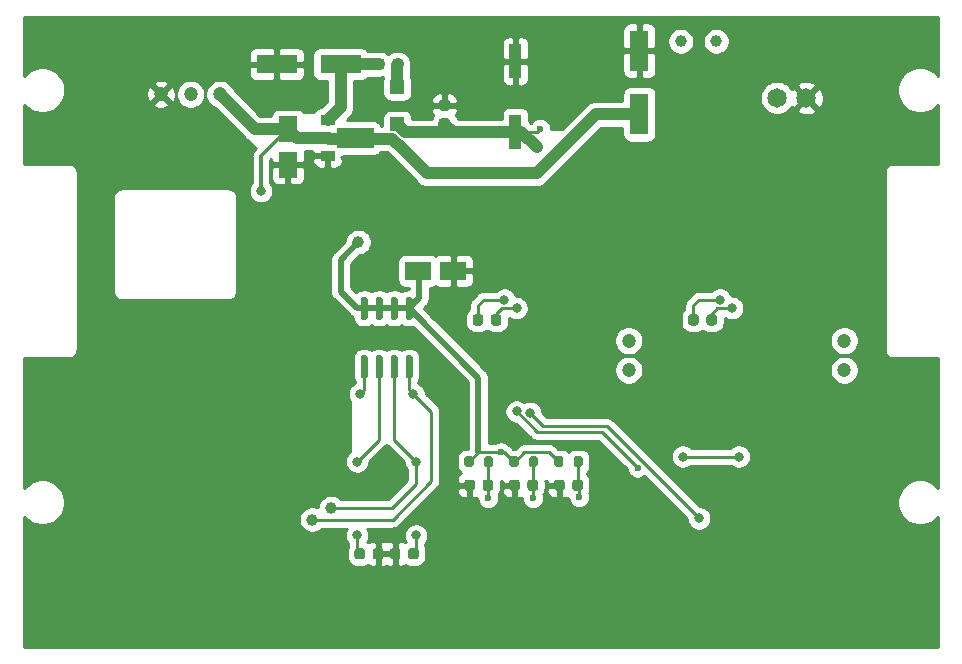
<source format=gbr>
%TF.GenerationSoftware,KiCad,Pcbnew,(5.1.10)-1*%
%TF.CreationDate,2022-02-04T19:33:21+09:00*%
%TF.ProjectId,Power,506f7765-722e-46b6-9963-61645f706362,rev?*%
%TF.SameCoordinates,Original*%
%TF.FileFunction,Copper,L2,Bot*%
%TF.FilePolarity,Positive*%
%FSLAX46Y46*%
G04 Gerber Fmt 4.6, Leading zero omitted, Abs format (unit mm)*
G04 Created by KiCad (PCBNEW (5.1.10)-1) date 2022-02-04 19:33:21*
%MOMM*%
%LPD*%
G01*
G04 APERTURE LIST*
%TA.AperFunction,ComponentPad*%
%ADD10C,1.200000*%
%TD*%
%TA.AperFunction,WasherPad*%
%ADD11C,1.000000*%
%TD*%
%TA.AperFunction,SMDPad,CuDef*%
%ADD12R,3.500000X1.600000*%
%TD*%
%TA.AperFunction,SMDPad,CuDef*%
%ADD13R,1.600000X2.200000*%
%TD*%
%TA.AperFunction,SMDPad,CuDef*%
%ADD14R,1.600000X3.500000*%
%TD*%
%TA.AperFunction,SMDPad,CuDef*%
%ADD15R,2.200000X1.600000*%
%TD*%
%TA.AperFunction,SMDPad,CuDef*%
%ADD16R,1.000000X3.000000*%
%TD*%
%TA.AperFunction,SMDPad,CuDef*%
%ADD17R,1.220000X1.150000*%
%TD*%
%TA.AperFunction,ComponentPad*%
%ADD18C,1.650000*%
%TD*%
%TA.AperFunction,SMDPad,CuDef*%
%ADD19R,1.300000X0.900000*%
%TD*%
%TA.AperFunction,SMDPad,CuDef*%
%ADD20C,0.100000*%
%TD*%
%TA.AperFunction,ViaPad*%
%ADD21C,0.600000*%
%TD*%
%TA.AperFunction,ViaPad*%
%ADD22C,1.000000*%
%TD*%
%TA.AperFunction,ViaPad*%
%ADD23C,0.800000*%
%TD*%
%TA.AperFunction,Conductor*%
%ADD24C,1.000000*%
%TD*%
%TA.AperFunction,Conductor*%
%ADD25C,0.300000*%
%TD*%
%TA.AperFunction,Conductor*%
%ADD26C,0.250000*%
%TD*%
%TA.AperFunction,Conductor*%
%ADD27C,0.500000*%
%TD*%
%TA.AperFunction,Conductor*%
%ADD28C,0.254000*%
%TD*%
%TA.AperFunction,Conductor*%
%ADD29C,0.100000*%
%TD*%
G04 APERTURE END LIST*
D10*
%TO.P,J5,1*%
%TO.N,Net-(J5-Pad1)*%
X30750000Y-3250000D03*
%TO.P,J5,2*%
%TO.N,Net-(J5-Pad2)*%
X30750000Y-750000D03*
%TD*%
D11*
%TO.P,SW1,*%
%TO.N,*%
X19900000Y24600000D03*
X16900000Y24600000D03*
%TD*%
D12*
%TO.P,C1,2*%
%TO.N,GND*%
X-17300000Y22650000D03*
%TO.P,C1,1*%
%TO.N,Net-(C1-Pad1)*%
X-11900000Y22650000D03*
%TD*%
D13*
%TO.P,C2,1*%
%TO.N,+5V*%
X-16350000Y17150000D03*
%TO.P,C2,2*%
%TO.N,GND*%
X-16350000Y14150000D03*
%TD*%
D14*
%TO.P,C3,2*%
%TO.N,GND*%
X13400000Y23800000D03*
%TO.P,C3,1*%
%TO.N,+5V*%
X13400000Y18400000D03*
%TD*%
D15*
%TO.P,C4,2*%
%TO.N,GND*%
X-2350000Y5150000D03*
%TO.P,C4,1*%
%TO.N,+3V3*%
X-5350000Y5150000D03*
%TD*%
D16*
%TO.P,C5,1*%
%TO.N,+BATT*%
X2900000Y16900000D03*
%TO.P,C5,2*%
%TO.N,GND*%
X2900000Y22900000D03*
%TD*%
%TO.P,C6,2*%
%TO.N,GND*%
%TA.AperFunction,SMDPad,CuDef*%
G36*
G01*
X-2850000Y18725000D02*
X-3350000Y18725000D01*
G75*
G02*
X-3575000Y18950000I0J225000D01*
G01*
X-3575000Y19400000D01*
G75*
G02*
X-3350000Y19625000I225000J0D01*
G01*
X-2850000Y19625000D01*
G75*
G02*
X-2625000Y19400000I0J-225000D01*
G01*
X-2625000Y18950000D01*
G75*
G02*
X-2850000Y18725000I-225000J0D01*
G01*
G37*
%TD.AperFunction*%
%TO.P,C6,1*%
%TO.N,+BATT*%
%TA.AperFunction,SMDPad,CuDef*%
G36*
G01*
X-2850000Y17175000D02*
X-3350000Y17175000D01*
G75*
G02*
X-3575000Y17400000I0J225000D01*
G01*
X-3575000Y17850000D01*
G75*
G02*
X-3350000Y18075000I225000J0D01*
G01*
X-2850000Y18075000D01*
G75*
G02*
X-2625000Y17850000I0J-225000D01*
G01*
X-2625000Y17400000D01*
G75*
G02*
X-2850000Y17175000I-225000J0D01*
G01*
G37*
%TD.AperFunction*%
%TD*%
%TO.P,C8,1*%
%TO.N,/Rotary8*%
%TA.AperFunction,SMDPad,CuDef*%
G36*
G01*
X-5275000Y-18550000D02*
X-5275000Y-19050000D01*
G75*
G02*
X-5500000Y-19275000I-225000J0D01*
G01*
X-5950000Y-19275000D01*
G75*
G02*
X-6175000Y-19050000I0J225000D01*
G01*
X-6175000Y-18550000D01*
G75*
G02*
X-5950000Y-18325000I225000J0D01*
G01*
X-5500000Y-18325000D01*
G75*
G02*
X-5275000Y-18550000I0J-225000D01*
G01*
G37*
%TD.AperFunction*%
%TO.P,C8,2*%
%TO.N,GND*%
%TA.AperFunction,SMDPad,CuDef*%
G36*
G01*
X-6825000Y-18550000D02*
X-6825000Y-19050000D01*
G75*
G02*
X-7050000Y-19275000I-225000J0D01*
G01*
X-7500000Y-19275000D01*
G75*
G02*
X-7725000Y-19050000I0J225000D01*
G01*
X-7725000Y-18550000D01*
G75*
G02*
X-7500000Y-18325000I225000J0D01*
G01*
X-7050000Y-18325000D01*
G75*
G02*
X-6825000Y-18550000I0J-225000D01*
G01*
G37*
%TD.AperFunction*%
%TD*%
%TO.P,C9,2*%
%TO.N,GND*%
%TA.AperFunction,SMDPad,CuDef*%
G36*
G01*
X-9175000Y-19050000D02*
X-9175000Y-18550000D01*
G75*
G02*
X-8950000Y-18325000I225000J0D01*
G01*
X-8500000Y-18325000D01*
G75*
G02*
X-8275000Y-18550000I0J-225000D01*
G01*
X-8275000Y-19050000D01*
G75*
G02*
X-8500000Y-19275000I-225000J0D01*
G01*
X-8950000Y-19275000D01*
G75*
G02*
X-9175000Y-19050000I0J225000D01*
G01*
G37*
%TD.AperFunction*%
%TO.P,C9,1*%
%TO.N,/Rotary2*%
%TA.AperFunction,SMDPad,CuDef*%
G36*
G01*
X-10725000Y-19050000D02*
X-10725000Y-18550000D01*
G75*
G02*
X-10500000Y-18325000I225000J0D01*
G01*
X-10050000Y-18325000D01*
G75*
G02*
X-9825000Y-18550000I0J-225000D01*
G01*
X-9825000Y-19050000D01*
G75*
G02*
X-10050000Y-19275000I-225000J0D01*
G01*
X-10500000Y-19275000D01*
G75*
G02*
X-10725000Y-19050000I0J225000D01*
G01*
G37*
%TD.AperFunction*%
%TD*%
%TO.P,C11,2*%
%TO.N,GND*%
%TA.AperFunction,SMDPad,CuDef*%
G36*
G01*
X7075000Y-12750000D02*
X7075000Y-13250000D01*
G75*
G02*
X6850000Y-13475000I-225000J0D01*
G01*
X6400000Y-13475000D01*
G75*
G02*
X6175000Y-13250000I0J225000D01*
G01*
X6175000Y-12750000D01*
G75*
G02*
X6400000Y-12525000I225000J0D01*
G01*
X6850000Y-12525000D01*
G75*
G02*
X7075000Y-12750000I0J-225000D01*
G01*
G37*
%TD.AperFunction*%
%TO.P,C11,1*%
%TO.N,/SW3*%
%TA.AperFunction,SMDPad,CuDef*%
G36*
G01*
X8625000Y-12750000D02*
X8625000Y-13250000D01*
G75*
G02*
X8400000Y-13475000I-225000J0D01*
G01*
X7950000Y-13475000D01*
G75*
G02*
X7725000Y-13250000I0J225000D01*
G01*
X7725000Y-12750000D01*
G75*
G02*
X7950000Y-12525000I225000J0D01*
G01*
X8400000Y-12525000D01*
G75*
G02*
X8625000Y-12750000I0J-225000D01*
G01*
G37*
%TD.AperFunction*%
%TD*%
%TO.P,C12,1*%
%TO.N,/SW2*%
%TA.AperFunction,SMDPad,CuDef*%
G36*
G01*
X4825000Y-12750000D02*
X4825000Y-13250000D01*
G75*
G02*
X4600000Y-13475000I-225000J0D01*
G01*
X4150000Y-13475000D01*
G75*
G02*
X3925000Y-13250000I0J225000D01*
G01*
X3925000Y-12750000D01*
G75*
G02*
X4150000Y-12525000I225000J0D01*
G01*
X4600000Y-12525000D01*
G75*
G02*
X4825000Y-12750000I0J-225000D01*
G01*
G37*
%TD.AperFunction*%
%TO.P,C12,2*%
%TO.N,GND*%
%TA.AperFunction,SMDPad,CuDef*%
G36*
G01*
X3275000Y-12750000D02*
X3275000Y-13250000D01*
G75*
G02*
X3050000Y-13475000I-225000J0D01*
G01*
X2600000Y-13475000D01*
G75*
G02*
X2375000Y-13250000I0J225000D01*
G01*
X2375000Y-12750000D01*
G75*
G02*
X2600000Y-12525000I225000J0D01*
G01*
X3050000Y-12525000D01*
G75*
G02*
X3275000Y-12750000I0J-225000D01*
G01*
G37*
%TD.AperFunction*%
%TD*%
%TO.P,C13,1*%
%TO.N,/SW1*%
%TA.AperFunction,SMDPad,CuDef*%
G36*
G01*
X1025000Y-12750000D02*
X1025000Y-13250000D01*
G75*
G02*
X800000Y-13475000I-225000J0D01*
G01*
X350000Y-13475000D01*
G75*
G02*
X125000Y-13250000I0J225000D01*
G01*
X125000Y-12750000D01*
G75*
G02*
X350000Y-12525000I225000J0D01*
G01*
X800000Y-12525000D01*
G75*
G02*
X1025000Y-12750000I0J-225000D01*
G01*
G37*
%TD.AperFunction*%
%TO.P,C13,2*%
%TO.N,GND*%
%TA.AperFunction,SMDPad,CuDef*%
G36*
G01*
X-525000Y-12750000D02*
X-525000Y-13250000D01*
G75*
G02*
X-750000Y-13475000I-225000J0D01*
G01*
X-1200000Y-13475000D01*
G75*
G02*
X-1425000Y-13250000I0J225000D01*
G01*
X-1425000Y-12750000D01*
G75*
G02*
X-1200000Y-12525000I225000J0D01*
G01*
X-750000Y-12525000D01*
G75*
G02*
X-525000Y-12750000I0J-225000D01*
G01*
G37*
%TD.AperFunction*%
%TD*%
%TO.P,C20,1*%
%TO.N,Net-(C20-Pad1)*%
%TA.AperFunction,SMDPad,CuDef*%
G36*
G01*
X17525000Y750000D02*
X17525000Y1250000D01*
G75*
G02*
X17750000Y1475000I225000J0D01*
G01*
X18200000Y1475000D01*
G75*
G02*
X18425000Y1250000I0J-225000D01*
G01*
X18425000Y750000D01*
G75*
G02*
X18200000Y525000I-225000J0D01*
G01*
X17750000Y525000D01*
G75*
G02*
X17525000Y750000I0J225000D01*
G01*
G37*
%TD.AperFunction*%
%TO.P,C20,2*%
%TO.N,Net-(C20-Pad2)*%
%TA.AperFunction,SMDPad,CuDef*%
G36*
G01*
X19075000Y750000D02*
X19075000Y1250000D01*
G75*
G02*
X19300000Y1475000I225000J0D01*
G01*
X19750000Y1475000D01*
G75*
G02*
X19975000Y1250000I0J-225000D01*
G01*
X19975000Y750000D01*
G75*
G02*
X19750000Y525000I-225000J0D01*
G01*
X19300000Y525000D01*
G75*
G02*
X19075000Y750000I0J225000D01*
G01*
G37*
%TD.AperFunction*%
%TD*%
%TO.P,C21,2*%
%TO.N,Net-(C21-Pad2)*%
%TA.AperFunction,SMDPad,CuDef*%
G36*
G01*
X825000Y750000D02*
X825000Y1250000D01*
G75*
G02*
X1050000Y1475000I225000J0D01*
G01*
X1500000Y1475000D01*
G75*
G02*
X1725000Y1250000I0J-225000D01*
G01*
X1725000Y750000D01*
G75*
G02*
X1500000Y525000I-225000J0D01*
G01*
X1050000Y525000D01*
G75*
G02*
X825000Y750000I0J225000D01*
G01*
G37*
%TD.AperFunction*%
%TO.P,C21,1*%
%TO.N,Net-(C21-Pad1)*%
%TA.AperFunction,SMDPad,CuDef*%
G36*
G01*
X-725000Y750000D02*
X-725000Y1250000D01*
G75*
G02*
X-500000Y1475000I225000J0D01*
G01*
X-50000Y1475000D01*
G75*
G02*
X175000Y1250000I0J-225000D01*
G01*
X175000Y750000D01*
G75*
G02*
X-50000Y525000I-225000J0D01*
G01*
X-500000Y525000D01*
G75*
G02*
X-725000Y750000I0J225000D01*
G01*
G37*
%TD.AperFunction*%
%TD*%
D17*
%TO.P,D1,1*%
%TO.N,Net-(D1-Pad1)*%
X-7100000Y20700000D03*
%TO.P,D1,2*%
%TO.N,+BATT*%
X-7100000Y17600000D03*
%TD*%
%TO.P,FB1,1*%
%TO.N,Net-(C1-Pad1)*%
%TA.AperFunction,SMDPad,CuDef*%
G36*
G01*
X-9075000Y22393750D02*
X-9075000Y22906250D01*
G75*
G02*
X-8856250Y23125000I218750J0D01*
G01*
X-8418750Y23125000D01*
G75*
G02*
X-8200000Y22906250I0J-218750D01*
G01*
X-8200000Y22393750D01*
G75*
G02*
X-8418750Y22175000I-218750J0D01*
G01*
X-8856250Y22175000D01*
G75*
G02*
X-9075000Y22393750I0J218750D01*
G01*
G37*
%TD.AperFunction*%
%TO.P,FB1,2*%
%TO.N,Net-(D1-Pad1)*%
%TA.AperFunction,SMDPad,CuDef*%
G36*
G01*
X-7500000Y22393750D02*
X-7500000Y22906250D01*
G75*
G02*
X-7281250Y23125000I218750J0D01*
G01*
X-6843750Y23125000D01*
G75*
G02*
X-6625000Y22906250I0J-218750D01*
G01*
X-6625000Y22393750D01*
G75*
G02*
X-6843750Y22175000I-218750J0D01*
G01*
X-7281250Y22175000D01*
G75*
G02*
X-7500000Y22393750I0J218750D01*
G01*
G37*
%TD.AperFunction*%
%TD*%
D18*
%TO.P,J1,2*%
%TO.N,Net-(J1-Pad2)*%
X25050000Y19800000D03*
%TO.P,J1,1*%
%TO.N,GND*%
X27550000Y19800000D03*
%TD*%
D10*
%TO.P,J2,1*%
%TO.N,+5V*%
X-22100000Y20100000D03*
%TO.P,J2,2*%
%TO.N,+3V3*%
X-24600000Y20100000D03*
%TO.P,J2,3*%
%TO.N,GND*%
X-27100000Y20100000D03*
%TD*%
%TO.P,J6,2*%
%TO.N,Net-(J6-Pad2)*%
X12500000Y-750000D03*
%TO.P,J6,1*%
%TO.N,Net-(J6-Pad1)*%
X12500000Y-3250000D03*
%TD*%
%TO.P,R5,2*%
%TO.N,/SW3*%
%TA.AperFunction,SMDPad,CuDef*%
G36*
G01*
X7825000Y-11275000D02*
X7825000Y-10725000D01*
G75*
G02*
X8025000Y-10525000I200000J0D01*
G01*
X8425000Y-10525000D01*
G75*
G02*
X8625000Y-10725000I0J-200000D01*
G01*
X8625000Y-11275000D01*
G75*
G02*
X8425000Y-11475000I-200000J0D01*
G01*
X8025000Y-11475000D01*
G75*
G02*
X7825000Y-11275000I0J200000D01*
G01*
G37*
%TD.AperFunction*%
%TO.P,R5,1*%
%TO.N,+3V3*%
%TA.AperFunction,SMDPad,CuDef*%
G36*
G01*
X6175000Y-11275000D02*
X6175000Y-10725000D01*
G75*
G02*
X6375000Y-10525000I200000J0D01*
G01*
X6775000Y-10525000D01*
G75*
G02*
X6975000Y-10725000I0J-200000D01*
G01*
X6975000Y-11275000D01*
G75*
G02*
X6775000Y-11475000I-200000J0D01*
G01*
X6375000Y-11475000D01*
G75*
G02*
X6175000Y-11275000I0J200000D01*
G01*
G37*
%TD.AperFunction*%
%TD*%
%TO.P,R6,2*%
%TO.N,/SW2*%
%TA.AperFunction,SMDPad,CuDef*%
G36*
G01*
X4025000Y-11275000D02*
X4025000Y-10725000D01*
G75*
G02*
X4225000Y-10525000I200000J0D01*
G01*
X4625000Y-10525000D01*
G75*
G02*
X4825000Y-10725000I0J-200000D01*
G01*
X4825000Y-11275000D01*
G75*
G02*
X4625000Y-11475000I-200000J0D01*
G01*
X4225000Y-11475000D01*
G75*
G02*
X4025000Y-11275000I0J200000D01*
G01*
G37*
%TD.AperFunction*%
%TO.P,R6,1*%
%TO.N,+3V3*%
%TA.AperFunction,SMDPad,CuDef*%
G36*
G01*
X2375000Y-11275000D02*
X2375000Y-10725000D01*
G75*
G02*
X2575000Y-10525000I200000J0D01*
G01*
X2975000Y-10525000D01*
G75*
G02*
X3175000Y-10725000I0J-200000D01*
G01*
X3175000Y-11275000D01*
G75*
G02*
X2975000Y-11475000I-200000J0D01*
G01*
X2575000Y-11475000D01*
G75*
G02*
X2375000Y-11275000I0J200000D01*
G01*
G37*
%TD.AperFunction*%
%TD*%
%TO.P,R7,2*%
%TO.N,/SW1*%
%TA.AperFunction,SMDPad,CuDef*%
G36*
G01*
X225000Y-11275000D02*
X225000Y-10725000D01*
G75*
G02*
X425000Y-10525000I200000J0D01*
G01*
X825000Y-10525000D01*
G75*
G02*
X1025000Y-10725000I0J-200000D01*
G01*
X1025000Y-11275000D01*
G75*
G02*
X825000Y-11475000I-200000J0D01*
G01*
X425000Y-11475000D01*
G75*
G02*
X225000Y-11275000I0J200000D01*
G01*
G37*
%TD.AperFunction*%
%TO.P,R7,1*%
%TO.N,+3V3*%
%TA.AperFunction,SMDPad,CuDef*%
G36*
G01*
X-1425000Y-11275000D02*
X-1425000Y-10725000D01*
G75*
G02*
X-1225000Y-10525000I200000J0D01*
G01*
X-825000Y-10525000D01*
G75*
G02*
X-625000Y-10725000I0J-200000D01*
G01*
X-625000Y-11275000D01*
G75*
G02*
X-825000Y-11475000I-200000J0D01*
G01*
X-1225000Y-11475000D01*
G75*
G02*
X-1425000Y-11275000I0J200000D01*
G01*
G37*
%TD.AperFunction*%
%TD*%
%TO.P,RN1,1*%
%TO.N,/Rotary1*%
%TA.AperFunction,SMDPad,CuDef*%
G36*
G01*
X-5945000Y-3950000D02*
X-6245000Y-3950000D01*
G75*
G02*
X-6395000Y-3800000I0J150000D01*
G01*
X-6395000Y-2150000D01*
G75*
G02*
X-6245000Y-2000000I150000J0D01*
G01*
X-5945000Y-2000000D01*
G75*
G02*
X-5795000Y-2150000I0J-150000D01*
G01*
X-5795000Y-3800000D01*
G75*
G02*
X-5945000Y-3950000I-150000J0D01*
G01*
G37*
%TD.AperFunction*%
%TO.P,RN1,2*%
%TO.N,/Rotary8*%
%TA.AperFunction,SMDPad,CuDef*%
G36*
G01*
X-7215000Y-3950000D02*
X-7515000Y-3950000D01*
G75*
G02*
X-7665000Y-3800000I0J150000D01*
G01*
X-7665000Y-2150000D01*
G75*
G02*
X-7515000Y-2000000I150000J0D01*
G01*
X-7215000Y-2000000D01*
G75*
G02*
X-7065000Y-2150000I0J-150000D01*
G01*
X-7065000Y-3800000D01*
G75*
G02*
X-7215000Y-3950000I-150000J0D01*
G01*
G37*
%TD.AperFunction*%
%TO.P,RN1,3*%
%TO.N,/Rotary2*%
%TA.AperFunction,SMDPad,CuDef*%
G36*
G01*
X-8485000Y-3950000D02*
X-8785000Y-3950000D01*
G75*
G02*
X-8935000Y-3800000I0J150000D01*
G01*
X-8935000Y-2150000D01*
G75*
G02*
X-8785000Y-2000000I150000J0D01*
G01*
X-8485000Y-2000000D01*
G75*
G02*
X-8335000Y-2150000I0J-150000D01*
G01*
X-8335000Y-3800000D01*
G75*
G02*
X-8485000Y-3950000I-150000J0D01*
G01*
G37*
%TD.AperFunction*%
%TO.P,RN1,4*%
%TO.N,/Rotary4*%
%TA.AperFunction,SMDPad,CuDef*%
G36*
G01*
X-9755000Y-3950000D02*
X-10055000Y-3950000D01*
G75*
G02*
X-10205000Y-3800000I0J150000D01*
G01*
X-10205000Y-2150000D01*
G75*
G02*
X-10055000Y-2000000I150000J0D01*
G01*
X-9755000Y-2000000D01*
G75*
G02*
X-9605000Y-2150000I0J-150000D01*
G01*
X-9605000Y-3800000D01*
G75*
G02*
X-9755000Y-3950000I-150000J0D01*
G01*
G37*
%TD.AperFunction*%
%TO.P,RN1,5*%
%TO.N,+3V3*%
%TA.AperFunction,SMDPad,CuDef*%
G36*
G01*
X-9755000Y1000000D02*
X-10055000Y1000000D01*
G75*
G02*
X-10205000Y1150000I0J150000D01*
G01*
X-10205000Y2800000D01*
G75*
G02*
X-10055000Y2950000I150000J0D01*
G01*
X-9755000Y2950000D01*
G75*
G02*
X-9605000Y2800000I0J-150000D01*
G01*
X-9605000Y1150000D01*
G75*
G02*
X-9755000Y1000000I-150000J0D01*
G01*
G37*
%TD.AperFunction*%
%TO.P,RN1,6*%
%TA.AperFunction,SMDPad,CuDef*%
G36*
G01*
X-8485000Y1000000D02*
X-8785000Y1000000D01*
G75*
G02*
X-8935000Y1150000I0J150000D01*
G01*
X-8935000Y2800000D01*
G75*
G02*
X-8785000Y2950000I150000J0D01*
G01*
X-8485000Y2950000D01*
G75*
G02*
X-8335000Y2800000I0J-150000D01*
G01*
X-8335000Y1150000D01*
G75*
G02*
X-8485000Y1000000I-150000J0D01*
G01*
G37*
%TD.AperFunction*%
%TO.P,RN1,7*%
%TA.AperFunction,SMDPad,CuDef*%
G36*
G01*
X-7215000Y1000000D02*
X-7515000Y1000000D01*
G75*
G02*
X-7665000Y1150000I0J150000D01*
G01*
X-7665000Y2800000D01*
G75*
G02*
X-7515000Y2950000I150000J0D01*
G01*
X-7215000Y2950000D01*
G75*
G02*
X-7065000Y2800000I0J-150000D01*
G01*
X-7065000Y1150000D01*
G75*
G02*
X-7215000Y1000000I-150000J0D01*
G01*
G37*
%TD.AperFunction*%
%TO.P,RN1,8*%
%TA.AperFunction,SMDPad,CuDef*%
G36*
G01*
X-5945000Y1000000D02*
X-6245000Y1000000D01*
G75*
G02*
X-6395000Y1150000I0J150000D01*
G01*
X-6395000Y2800000D01*
G75*
G02*
X-6245000Y2950000I150000J0D01*
G01*
X-5945000Y2950000D01*
G75*
G02*
X-5795000Y2800000I0J-150000D01*
G01*
X-5795000Y1150000D01*
G75*
G02*
X-5945000Y1000000I-150000J0D01*
G01*
G37*
%TD.AperFunction*%
%TD*%
D19*
%TO.P,U1,1*%
%TO.N,GND*%
X-13000000Y14900000D03*
%TO.P,U1,3*%
%TO.N,Net-(C1-Pad1)*%
X-13000000Y17900000D03*
%TA.AperFunction,SMDPad,CuDef*%
D20*
%TO.P,U1,2*%
%TO.N,+5V*%
G36*
X-9050000Y15533500D02*
G01*
X-12175000Y15533500D01*
X-12175000Y15950000D01*
X-13650000Y15950000D01*
X-13650000Y16850000D01*
X-12175000Y16850000D01*
X-12175000Y17266500D01*
X-9050000Y17266500D01*
X-9050000Y15533500D01*
G37*
%TD.AperFunction*%
%TD*%
D21*
%TO.N,GND*%
X26750000Y800000D03*
D22*
X-9650000Y18750000D03*
X-9400000Y20725000D03*
D21*
X-8000000Y-10250000D03*
X-6750000Y-12500000D03*
X-9250000Y-12500000D03*
X-14250000Y-13000000D03*
X-28750000Y-4000000D03*
X-7500000Y4000000D03*
X-9250000Y4000000D03*
X-10500000Y4000000D03*
X-10500000Y5500000D03*
X-7750000Y14250000D03*
X-11250000Y9250000D03*
D22*
X-14000000Y20000000D03*
D21*
X-250000Y-17500000D03*
X2000000Y-16750000D03*
X5750000Y-16750000D03*
X-3750000Y-17000000D03*
X-2250000Y-16500000D03*
D23*
X10250000Y16750000D03*
X11500000Y16750000D03*
D21*
X19000000Y18250000D03*
X21250000Y18250000D03*
X20500000Y-21750000D03*
X22500000Y-19750000D03*
X7400000Y-17500000D03*
X-13000000Y-8600000D03*
X-4900000Y9400000D03*
X14900000Y21000000D03*
X17300000Y21000000D03*
X8500000Y800000D03*
D23*
X15500000Y5250000D03*
X19250000Y5500000D03*
X19250000Y4250000D03*
X14750000Y750000D03*
X19850000Y-2000000D03*
X15000000Y-2000000D03*
X18500000Y-9250000D03*
X19750000Y-8000000D03*
D22*
X13250000Y-7500000D03*
X14250000Y-8750000D03*
X15000000Y-5250000D03*
X17250000Y-3250000D03*
X17250000Y-1000000D03*
X17250000Y-7000000D03*
X19250000Y-5250000D03*
X-2500000Y-9750000D03*
X-2500000Y-5250000D03*
X-4000000Y-2500000D03*
X-750000Y-750000D03*
X1600000Y-2000000D03*
X1500000Y-5000000D03*
X1500000Y-7500000D03*
X11000000Y-12250000D03*
X-3500000Y2250000D03*
X2000000Y11500000D03*
X7750000Y19500000D03*
X7750000Y25000000D03*
X10250000Y22250000D03*
X-28750000Y-6500000D03*
X-27300000Y-14000000D03*
X-23500000Y-7000000D03*
X-23900000Y-11300000D03*
X-21600000Y-9800000D03*
D23*
X27750000Y4450000D03*
X24200000Y16700000D03*
D22*
%TO.N,+5V*%
X-3500000Y13400000D03*
D23*
X-18650000Y11900000D03*
D21*
%TO.N,+3V3*%
X1700010Y-10199990D03*
D22*
X-10400000Y7600000D03*
D23*
X17075000Y-10575000D03*
X21825000Y-10575000D03*
D21*
%TO.N,+BATT*%
X5000000Y17200000D03*
D22*
X4700000Y15600000D03*
D23*
%TO.N,/Rotary8*%
X-5500000Y-11000000D03*
X-5500000Y-17250000D03*
D22*
X-12700000Y-14925000D03*
D23*
%TO.N,/Rotary4*%
X-10275000Y-5275000D03*
%TO.N,/Rotary2*%
X-10500000Y-11000000D03*
X-10500000Y-17250000D03*
%TO.N,/Rotary1*%
X-5725000Y-5275000D03*
D22*
X-14300000Y-15900000D03*
D21*
%TO.N,/SW3*%
X8300000Y-14000000D03*
%TO.N,/SW2*%
X4400000Y-14100000D03*
%TO.N,/SW1*%
X600000Y-14100000D03*
D23*
%TO.N,Net-(C20-Pad2)*%
X21250000Y2000000D03*
%TO.N,Net-(C20-Pad1)*%
X20225001Y2725001D03*
%TO.N,Net-(C21-Pad1)*%
X1975001Y2725001D03*
%TO.N,Net-(C21-Pad2)*%
X3000000Y2000000D03*
%TO.N,/DRV2_EN*%
X3000000Y-6750000D03*
D21*
X13250000Y-11500000D03*
D23*
%TO.N,/DRV2_PN*%
X4145109Y-6869804D03*
X18455000Y-15795000D03*
%TD*%
D24*
%TO.N,Net-(C1-Pad1)*%
X-8637500Y22650000D02*
X-11900000Y22650000D01*
X-11900000Y19000000D02*
X-13000000Y17900000D01*
X-11900000Y22650000D02*
X-11900000Y19000000D01*
%TO.N,+5V*%
X-15600000Y16400000D02*
X-12912500Y16400000D01*
X-16350000Y17150000D02*
X-15600000Y16400000D01*
X-4597070Y13400000D02*
X-3500000Y13400000D01*
X-12837499Y16324999D02*
X-7522069Y16324999D01*
X-12912500Y16400000D02*
X-12837499Y16324999D01*
X9700000Y18400000D02*
X13400000Y18400000D01*
X4700000Y13400000D02*
X9700000Y18400000D01*
X-6648535Y15451465D02*
X-4597070Y13400000D01*
X-7522069Y16324999D02*
X-6648535Y15451465D01*
X-3500000Y13400000D02*
X4700000Y13400000D01*
X-19150000Y17150000D02*
X-22100000Y20100000D01*
X-16350000Y17150000D02*
X-19150000Y17150000D01*
D25*
X-18650000Y14850000D02*
X-16350000Y17150000D01*
X-18650000Y11900000D02*
X-18650000Y14850000D01*
D26*
%TO.N,+3V3*%
X1974990Y-10199990D02*
X2775000Y-11000000D01*
X-1025000Y-11000000D02*
X-224990Y-10199990D01*
X5774990Y-10199990D02*
X6575000Y-11000000D01*
X3650010Y-10199990D02*
X5774990Y-10199990D01*
X2850000Y-11000000D02*
X3650010Y-10199990D01*
X2775000Y-11000000D02*
X2850000Y-11000000D01*
X1700010Y-10199990D02*
X1974990Y-10199990D01*
X-224990Y-10199990D02*
X1700010Y-10199990D01*
D27*
X-5250000Y2820000D02*
X-6095000Y1975000D01*
X-5250000Y5250000D02*
X-5250000Y2820000D01*
X-9905000Y1975000D02*
X-6095000Y1975000D01*
X-224990Y-3895010D02*
X-224990Y-10199990D01*
X-6095000Y1975000D02*
X-224990Y-3895010D01*
X-10400000Y7600000D02*
X-11900000Y6100000D01*
X-11900000Y6100000D02*
X-11900000Y3400000D01*
X-10475000Y1975000D02*
X-9905000Y1975000D01*
X-11900000Y3400000D02*
X-10475000Y1975000D01*
D26*
X17075000Y-10575000D02*
X21825000Y-10575000D01*
D24*
%TO.N,+BATT*%
X-2375000Y16900000D02*
X-3100000Y17625000D01*
X2900000Y16900000D02*
X-2375000Y16900000D01*
X-6400000Y16900000D02*
X-7100000Y17600000D01*
X-2375000Y16900000D02*
X-6400000Y16900000D01*
D26*
X4700000Y16900000D02*
X5000000Y17200000D01*
X2900000Y16900000D02*
X4700000Y16900000D01*
D24*
X2900000Y16900000D02*
X3400000Y16900000D01*
X3400000Y16900000D02*
X4700000Y15600000D01*
D26*
%TO.N,/Rotary8*%
X-7365000Y-9135000D02*
X-5500000Y-11000000D01*
X-7365000Y-2975000D02*
X-7365000Y-9135000D01*
X-5500000Y-18575000D02*
X-5725000Y-18800000D01*
X-5500000Y-17250000D02*
X-5500000Y-18575000D01*
X-6000000Y-19075000D02*
X-5725000Y-18800000D01*
X-5500000Y-12900000D02*
X-5500000Y-11000000D01*
X-7525000Y-14925000D02*
X-5500000Y-12900000D01*
X-12700000Y-14925000D02*
X-7525000Y-14925000D01*
%TO.N,/Rotary4*%
X-9905000Y-4905000D02*
X-10275000Y-5275000D01*
X-9905000Y-2975000D02*
X-9905000Y-4905000D01*
%TO.N,/Rotary2*%
X-8635000Y-9135000D02*
X-10500000Y-11000000D01*
X-8635000Y-2975000D02*
X-8635000Y-9135000D01*
X-10500000Y-18575000D02*
X-10275000Y-18800000D01*
X-10500000Y-17250000D02*
X-10500000Y-18575000D01*
%TO.N,/Rotary1*%
X-6095000Y-4905000D02*
X-5725000Y-5275000D01*
X-6095000Y-2975000D02*
X-6095000Y-4905000D01*
X-14300000Y-15900000D02*
X-7500000Y-15900000D01*
X-7500000Y-15900000D02*
X-4200000Y-12600000D01*
X-4200000Y-6800000D02*
X-5725000Y-5275000D01*
X-4200000Y-12600000D02*
X-4200000Y-6800000D01*
%TO.N,/SW3*%
X8175000Y-11050000D02*
X8225000Y-11000000D01*
X8175000Y-13000000D02*
X8175000Y-11050000D01*
X8300000Y-13125000D02*
X8175000Y-13000000D01*
X8300000Y-14100000D02*
X8300000Y-14000000D01*
X8300000Y-14000000D02*
X8300000Y-13125000D01*
%TO.N,/SW2*%
X4425000Y-12950000D02*
X4375000Y-13000000D01*
X4425000Y-11000000D02*
X4425000Y-12950000D01*
X4400000Y-13025000D02*
X4375000Y-13000000D01*
X4400000Y-14100000D02*
X4400000Y-13025000D01*
%TO.N,/SW1*%
X575000Y-11050000D02*
X625000Y-11000000D01*
X575000Y-13000000D02*
X575000Y-11050000D01*
X600000Y-13025000D02*
X575000Y-13000000D01*
X600000Y-14100000D02*
X600000Y-13025000D01*
%TO.N,Net-(C20-Pad2)*%
X19525000Y1525000D02*
X19525000Y1000000D01*
X21250000Y2000000D02*
X20000000Y2000000D01*
X20000000Y2000000D02*
X19525000Y1525000D01*
%TO.N,Net-(C20-Pad1)*%
X18475001Y2725001D02*
X17975000Y2225000D01*
X20225001Y2725001D02*
X18475001Y2725001D01*
X17975000Y2225000D02*
X17975000Y1000000D01*
%TO.N,Net-(C21-Pad1)*%
X-275000Y2225000D02*
X-275000Y1000000D01*
X1975001Y2725001D02*
X225001Y2725001D01*
X225001Y2725001D02*
X-275000Y2225000D01*
%TO.N,Net-(C21-Pad2)*%
X1750000Y2000000D02*
X1275000Y1525000D01*
X3000000Y2000000D02*
X1750000Y2000000D01*
X1275000Y1525000D02*
X1275000Y1000000D01*
D24*
%TO.N,Net-(D1-Pad1)*%
X-7100000Y22612500D02*
X-7062500Y22650000D01*
X-7100000Y20700000D02*
X-7100000Y22612500D01*
D26*
%TO.N,/DRV2_EN*%
X4750000Y-8500000D02*
X10250000Y-8500000D01*
X3000000Y-6750000D02*
X4750000Y-8500000D01*
X10250000Y-8500000D02*
X13250000Y-11500000D01*
%TO.N,/DRV2_PN*%
X18455000Y-15795000D02*
X18500000Y-15840000D01*
X10660000Y-8000000D02*
X18455000Y-15795000D01*
X5275305Y-8000000D02*
X4145109Y-6869804D01*
X10660000Y-8000000D02*
X5275305Y-8000000D01*
%TD*%
D28*
%TO.N,GND*%
X38665000Y21684604D02*
X38661235Y21690238D01*
X38390239Y21961234D01*
X38071581Y22174155D01*
X37717507Y22320817D01*
X37341624Y22395585D01*
X36958376Y22395585D01*
X36582493Y22320817D01*
X36228419Y22174155D01*
X35909761Y21961234D01*
X35638765Y21690238D01*
X35425844Y21371580D01*
X35279182Y21017506D01*
X35204414Y20641623D01*
X35204414Y20258375D01*
X35279182Y19882492D01*
X35425844Y19528418D01*
X35638765Y19209760D01*
X35909761Y18938764D01*
X36228419Y18725843D01*
X36582493Y18579181D01*
X36958376Y18504413D01*
X37341624Y18504413D01*
X37717507Y18579181D01*
X38071581Y18725843D01*
X38390239Y18938764D01*
X38661235Y19209760D01*
X38665000Y19215395D01*
X38665001Y14235000D01*
X34936105Y14235000D01*
X34900000Y14238556D01*
X34863895Y14235000D01*
X34755915Y14224365D01*
X34617367Y14182337D01*
X34489680Y14114087D01*
X34377762Y14022238D01*
X34285913Y13910320D01*
X34217663Y13782633D01*
X34175635Y13644085D01*
X34161444Y13500000D01*
X34165001Y13463885D01*
X34165000Y-1463894D01*
X34161444Y-1499999D01*
X34175635Y-1644084D01*
X34217663Y-1782632D01*
X34285913Y-1910319D01*
X34377762Y-2022237D01*
X34426774Y-2062460D01*
X34489680Y-2114086D01*
X34617367Y-2182336D01*
X34755915Y-2224364D01*
X34900000Y-2238555D01*
X34936105Y-2234999D01*
X38665001Y-2234999D01*
X38665000Y-13215396D01*
X38661235Y-13209761D01*
X38390239Y-12938765D01*
X38071581Y-12725844D01*
X37717507Y-12579182D01*
X37341624Y-12504414D01*
X36958376Y-12504414D01*
X36582493Y-12579182D01*
X36228419Y-12725844D01*
X35909761Y-12938765D01*
X35638765Y-13209761D01*
X35425844Y-13528419D01*
X35279182Y-13882493D01*
X35204414Y-14258376D01*
X35204414Y-14641624D01*
X35279182Y-15017507D01*
X35425844Y-15371581D01*
X35638765Y-15690239D01*
X35909761Y-15961235D01*
X36228419Y-16174156D01*
X36582493Y-16320818D01*
X36958376Y-16395586D01*
X37341624Y-16395586D01*
X37717507Y-16320818D01*
X38071581Y-16174156D01*
X38390239Y-15961235D01*
X38661235Y-15690239D01*
X38665000Y-15684604D01*
X38664999Y-26664999D01*
X-38664999Y-26665001D01*
X-38665000Y-15684604D01*
X-38661235Y-15690239D01*
X-38390239Y-15961235D01*
X-38071581Y-16174156D01*
X-37717507Y-16320818D01*
X-37341624Y-16395586D01*
X-36958376Y-16395586D01*
X-36582493Y-16320818D01*
X-36228419Y-16174156D01*
X-35909761Y-15961235D01*
X-35736738Y-15788212D01*
X-15435000Y-15788212D01*
X-15435000Y-16011788D01*
X-15391383Y-16231067D01*
X-15305824Y-16437624D01*
X-15181612Y-16623520D01*
X-15023520Y-16781612D01*
X-14837624Y-16905824D01*
X-14631067Y-16991383D01*
X-14411788Y-17035000D01*
X-14188212Y-17035000D01*
X-13968933Y-16991383D01*
X-13762376Y-16905824D01*
X-13576480Y-16781612D01*
X-13454868Y-16660000D01*
X-11350558Y-16660000D01*
X-11417205Y-16759744D01*
X-11495226Y-16948102D01*
X-11535000Y-17148061D01*
X-11535000Y-17351939D01*
X-11495226Y-17551898D01*
X-11417205Y-17740256D01*
X-11303937Y-17909774D01*
X-11259999Y-17953712D01*
X-11259999Y-18149792D01*
X-11297375Y-18219717D01*
X-11346488Y-18381623D01*
X-11363072Y-18550000D01*
X-11363072Y-19050000D01*
X-11346488Y-19218377D01*
X-11297375Y-19380283D01*
X-11217618Y-19529497D01*
X-11110284Y-19660284D01*
X-10979497Y-19767618D01*
X-10830283Y-19847375D01*
X-10668377Y-19896488D01*
X-10500000Y-19913072D01*
X-10050000Y-19913072D01*
X-9881623Y-19896488D01*
X-9719717Y-19847375D01*
X-9573649Y-19769300D01*
X-9529494Y-19805537D01*
X-9419180Y-19864502D01*
X-9299482Y-19900812D01*
X-9175000Y-19913072D01*
X-9010750Y-19910000D01*
X-8852000Y-19751250D01*
X-8852000Y-18927000D01*
X-8598000Y-18927000D01*
X-8598000Y-19751250D01*
X-8439250Y-19910000D01*
X-8275000Y-19913072D01*
X-8150518Y-19900812D01*
X-8030820Y-19864502D01*
X-8000000Y-19848028D01*
X-7969180Y-19864502D01*
X-7849482Y-19900812D01*
X-7725000Y-19913072D01*
X-7560750Y-19910000D01*
X-7402000Y-19751250D01*
X-7402000Y-18927000D01*
X-8598000Y-18927000D01*
X-8852000Y-18927000D01*
X-8872000Y-18927000D01*
X-8872000Y-18673000D01*
X-8852000Y-18673000D01*
X-8852000Y-17848750D01*
X-8598000Y-17848750D01*
X-8598000Y-18673000D01*
X-7402000Y-18673000D01*
X-7402000Y-17848750D01*
X-7148000Y-17848750D01*
X-7148000Y-18673000D01*
X-7128000Y-18673000D01*
X-7128000Y-18927000D01*
X-7148000Y-18927000D01*
X-7148000Y-19751250D01*
X-6989250Y-19910000D01*
X-6825000Y-19913072D01*
X-6700518Y-19900812D01*
X-6580820Y-19864502D01*
X-6470506Y-19805537D01*
X-6426351Y-19769300D01*
X-6280283Y-19847375D01*
X-6118377Y-19896488D01*
X-5950000Y-19913072D01*
X-5500000Y-19913072D01*
X-5331623Y-19896488D01*
X-5169717Y-19847375D01*
X-5020503Y-19767618D01*
X-4889716Y-19660284D01*
X-4782382Y-19529497D01*
X-4702625Y-19380283D01*
X-4653512Y-19218377D01*
X-4636928Y-19050000D01*
X-4636928Y-18550000D01*
X-4653512Y-18381623D01*
X-4702625Y-18219717D01*
X-4740000Y-18149794D01*
X-4740000Y-17953711D01*
X-4696063Y-17909774D01*
X-4582795Y-17740256D01*
X-4504774Y-17551898D01*
X-4465000Y-17351939D01*
X-4465000Y-17148061D01*
X-4504774Y-16948102D01*
X-4582795Y-16759744D01*
X-4696063Y-16590226D01*
X-4840226Y-16446063D01*
X-5009744Y-16332795D01*
X-5198102Y-16254774D01*
X-5398061Y-16215000D01*
X-5601939Y-16215000D01*
X-5801898Y-16254774D01*
X-5990256Y-16332795D01*
X-6159774Y-16446063D01*
X-6303937Y-16590226D01*
X-6417205Y-16759744D01*
X-6495226Y-16948102D01*
X-6535000Y-17148061D01*
X-6535000Y-17351939D01*
X-6495226Y-17551898D01*
X-6417205Y-17740256D01*
X-6375083Y-17803297D01*
X-6426351Y-17830700D01*
X-6470506Y-17794463D01*
X-6580820Y-17735498D01*
X-6700518Y-17699188D01*
X-6825000Y-17686928D01*
X-6989250Y-17690000D01*
X-7148000Y-17848750D01*
X-7402000Y-17848750D01*
X-7560750Y-17690000D01*
X-7725000Y-17686928D01*
X-7849482Y-17699188D01*
X-7969180Y-17735498D01*
X-8000000Y-17751972D01*
X-8030820Y-17735498D01*
X-8150518Y-17699188D01*
X-8275000Y-17686928D01*
X-8439250Y-17690000D01*
X-8598000Y-17848750D01*
X-8852000Y-17848750D01*
X-9010750Y-17690000D01*
X-9175000Y-17686928D01*
X-9299482Y-17699188D01*
X-9419180Y-17735498D01*
X-9529494Y-17794463D01*
X-9573649Y-17830700D01*
X-9624917Y-17803297D01*
X-9582795Y-17740256D01*
X-9504774Y-17551898D01*
X-9465000Y-17351939D01*
X-9465000Y-17148061D01*
X-9504774Y-16948102D01*
X-9582795Y-16759744D01*
X-9649442Y-16660000D01*
X-7537322Y-16660000D01*
X-7500000Y-16663676D01*
X-7462678Y-16660000D01*
X-7462667Y-16660000D01*
X-7351014Y-16649003D01*
X-7207753Y-16605546D01*
X-7075724Y-16534974D01*
X-6959999Y-16440001D01*
X-6936196Y-16410997D01*
X-4000199Y-13475000D01*
X-2063072Y-13475000D01*
X-2050812Y-13599482D01*
X-2014502Y-13719180D01*
X-1955537Y-13829494D01*
X-1876185Y-13926185D01*
X-1779494Y-14005537D01*
X-1669180Y-14064502D01*
X-1549482Y-14100812D01*
X-1425000Y-14113072D01*
X-1260750Y-14110000D01*
X-1102000Y-13951250D01*
X-1102000Y-13127000D01*
X-1901250Y-13127000D01*
X-2060000Y-13285750D01*
X-2063072Y-13475000D01*
X-4000199Y-13475000D01*
X-3688996Y-13163798D01*
X-3659999Y-13140001D01*
X-3565026Y-13024276D01*
X-3494454Y-12892247D01*
X-3450997Y-12748986D01*
X-3440000Y-12637333D01*
X-3440000Y-12637325D01*
X-3436324Y-12600000D01*
X-3440000Y-12562675D01*
X-3440000Y-6837325D01*
X-3436324Y-6800000D01*
X-3440000Y-6762675D01*
X-3440000Y-6762667D01*
X-3450997Y-6651014D01*
X-3494454Y-6507753D01*
X-3565026Y-6375724D01*
X-3659999Y-6259999D01*
X-3688997Y-6236201D01*
X-4690000Y-5235199D01*
X-4690000Y-5173061D01*
X-4729774Y-4973102D01*
X-4807795Y-4784744D01*
X-4921063Y-4615226D01*
X-5065226Y-4471063D01*
X-5234744Y-4357795D01*
X-5335000Y-4316267D01*
X-5335000Y-4292976D01*
X-5289742Y-4237829D01*
X-5216916Y-4101582D01*
X-5172071Y-3953745D01*
X-5156928Y-3800000D01*
X-5156928Y-2150000D01*
X-5172071Y-1996255D01*
X-5216916Y-1848418D01*
X-5289742Y-1712171D01*
X-5387749Y-1592749D01*
X-5507171Y-1494742D01*
X-5643418Y-1421916D01*
X-5791255Y-1377071D01*
X-5945000Y-1361928D01*
X-6245000Y-1361928D01*
X-6398745Y-1377071D01*
X-6546582Y-1421916D01*
X-6682829Y-1494742D01*
X-6730000Y-1533454D01*
X-6777171Y-1494742D01*
X-6913418Y-1421916D01*
X-7061255Y-1377071D01*
X-7215000Y-1361928D01*
X-7515000Y-1361928D01*
X-7668745Y-1377071D01*
X-7816582Y-1421916D01*
X-7952829Y-1494742D01*
X-8000000Y-1533454D01*
X-8047171Y-1494742D01*
X-8183418Y-1421916D01*
X-8331255Y-1377071D01*
X-8485000Y-1361928D01*
X-8785000Y-1361928D01*
X-8938745Y-1377071D01*
X-9086582Y-1421916D01*
X-9222829Y-1494742D01*
X-9270000Y-1533454D01*
X-9317171Y-1494742D01*
X-9453418Y-1421916D01*
X-9601255Y-1377071D01*
X-9755000Y-1361928D01*
X-10055000Y-1361928D01*
X-10208745Y-1377071D01*
X-10356582Y-1421916D01*
X-10492829Y-1494742D01*
X-10612251Y-1592749D01*
X-10710258Y-1712171D01*
X-10783084Y-1848418D01*
X-10827929Y-1996255D01*
X-10843072Y-2150000D01*
X-10843072Y-3800000D01*
X-10827929Y-3953745D01*
X-10783084Y-4101582D01*
X-10710258Y-4237829D01*
X-10664999Y-4292977D01*
X-10664999Y-4316267D01*
X-10765256Y-4357795D01*
X-10934774Y-4471063D01*
X-11078937Y-4615226D01*
X-11192205Y-4784744D01*
X-11270226Y-4973102D01*
X-11310000Y-5173061D01*
X-11310000Y-5376939D01*
X-11270226Y-5576898D01*
X-11192205Y-5765256D01*
X-11127000Y-5862842D01*
X-11127000Y-10174164D01*
X-11159774Y-10196063D01*
X-11303937Y-10340226D01*
X-11417205Y-10509744D01*
X-11495226Y-10698102D01*
X-11535000Y-10898061D01*
X-11535000Y-11101939D01*
X-11495226Y-11301898D01*
X-11417205Y-11490256D01*
X-11303937Y-11659774D01*
X-11159774Y-11803937D01*
X-10990256Y-11917205D01*
X-10801898Y-11995226D01*
X-10601939Y-12035000D01*
X-10398061Y-12035000D01*
X-10198102Y-11995226D01*
X-10009744Y-11917205D01*
X-9840226Y-11803937D01*
X-9696063Y-11659774D01*
X-9582795Y-11490256D01*
X-9504774Y-11301898D01*
X-9465000Y-11101939D01*
X-9465000Y-11039801D01*
X-8123997Y-9698799D01*
X-8094999Y-9675001D01*
X-8000026Y-9559276D01*
X-8000000Y-9559227D01*
X-7999974Y-9559276D01*
X-7936851Y-9636191D01*
X-7905000Y-9675001D01*
X-7876002Y-9698799D01*
X-6535000Y-11039802D01*
X-6535000Y-11101939D01*
X-6495226Y-11301898D01*
X-6417205Y-11490256D01*
X-6303937Y-11659774D01*
X-6259999Y-11703712D01*
X-6260000Y-12585197D01*
X-7839801Y-14165000D01*
X-11854868Y-14165000D01*
X-11976480Y-14043388D01*
X-12162376Y-13919176D01*
X-12368933Y-13833617D01*
X-12588212Y-13790000D01*
X-12811788Y-13790000D01*
X-13031067Y-13833617D01*
X-13237624Y-13919176D01*
X-13423520Y-14043388D01*
X-13581612Y-14201480D01*
X-13705824Y-14387376D01*
X-13791383Y-14593933D01*
X-13835000Y-14813212D01*
X-13835000Y-14864094D01*
X-13968933Y-14808617D01*
X-14188212Y-14765000D01*
X-14411788Y-14765000D01*
X-14631067Y-14808617D01*
X-14837624Y-14894176D01*
X-15023520Y-15018388D01*
X-15181612Y-15176480D01*
X-15305824Y-15362376D01*
X-15391383Y-15568933D01*
X-15435000Y-15788212D01*
X-35736738Y-15788212D01*
X-35638765Y-15690239D01*
X-35425844Y-15371581D01*
X-35279182Y-15017507D01*
X-35204414Y-14641624D01*
X-35204414Y-14258376D01*
X-35279182Y-13882493D01*
X-35425844Y-13528419D01*
X-35638765Y-13209761D01*
X-35909761Y-12938765D01*
X-36228419Y-12725844D01*
X-36582493Y-12579182D01*
X-36958376Y-12504414D01*
X-37341624Y-12504414D01*
X-37717507Y-12579182D01*
X-38071581Y-12725844D01*
X-38390239Y-12938765D01*
X-38661235Y-13209761D01*
X-38665000Y-13215396D01*
X-38665001Y-2235000D01*
X-34936105Y-2235000D01*
X-34900000Y-2238556D01*
X-34863895Y-2235000D01*
X-34755915Y-2224365D01*
X-34617367Y-2182337D01*
X-34489680Y-2114087D01*
X-34377762Y-2022238D01*
X-34285913Y-1910320D01*
X-34217663Y-1782633D01*
X-34175635Y-1644085D01*
X-34161444Y-1500000D01*
X-34165000Y-1463894D01*
X-34165000Y11400000D01*
X-31138556Y11400000D01*
X-31134999Y11363885D01*
X-31135000Y3436105D01*
X-31138556Y3400000D01*
X-31124365Y3255915D01*
X-31082337Y3117367D01*
X-31014087Y2989680D01*
X-30922238Y2877762D01*
X-30833521Y2804954D01*
X-30810320Y2785913D01*
X-30682633Y2717663D01*
X-30544085Y2675635D01*
X-30400000Y2661444D01*
X-30363895Y2665000D01*
X-21436105Y2665000D01*
X-21400000Y2661444D01*
X-21363895Y2665000D01*
X-21255915Y2675635D01*
X-21117367Y2717663D01*
X-20989680Y2785913D01*
X-20877762Y2877762D01*
X-20785913Y2989680D01*
X-20717663Y3117367D01*
X-20675635Y3255915D01*
X-20661444Y3400000D01*
X-20665000Y3436105D01*
X-20665000Y6100000D01*
X-12789281Y6100000D01*
X-12785000Y6056531D01*
X-12784999Y3443479D01*
X-12789281Y3400000D01*
X-12772195Y3226510D01*
X-12721588Y3059687D01*
X-12639410Y2905941D01*
X-12556532Y2804954D01*
X-12556529Y2804951D01*
X-12528816Y2771183D01*
X-12495049Y2743471D01*
X-11131530Y1379951D01*
X-11103817Y1346183D01*
X-11070049Y1318470D01*
X-11070047Y1318468D01*
X-11040786Y1294454D01*
X-10969059Y1235589D01*
X-10843072Y1168248D01*
X-10843072Y1150000D01*
X-10827929Y996255D01*
X-10783084Y848418D01*
X-10710258Y712171D01*
X-10612251Y592749D01*
X-10492829Y494742D01*
X-10356582Y421916D01*
X-10208745Y377071D01*
X-10055000Y361928D01*
X-9755000Y361928D01*
X-9601255Y377071D01*
X-9453418Y421916D01*
X-9317171Y494742D01*
X-9270000Y533454D01*
X-9222829Y494742D01*
X-9086582Y421916D01*
X-8938745Y377071D01*
X-8785000Y361928D01*
X-8485000Y361928D01*
X-8331255Y377071D01*
X-8183418Y421916D01*
X-8047171Y494742D01*
X-8000000Y533454D01*
X-7952829Y494742D01*
X-7816582Y421916D01*
X-7668745Y377071D01*
X-7515000Y361928D01*
X-7215000Y361928D01*
X-7061255Y377071D01*
X-6913418Y421916D01*
X-6777171Y494742D01*
X-6730000Y533454D01*
X-6682829Y494742D01*
X-6546582Y421916D01*
X-6398745Y377071D01*
X-6245000Y361928D01*
X-5945000Y361928D01*
X-5791255Y377071D01*
X-5758565Y386987D01*
X-1109990Y-4261589D01*
X-1109989Y-9886928D01*
X-1225000Y-9886928D01*
X-1388500Y-9903031D01*
X-1545716Y-9950722D01*
X-1690608Y-10028169D01*
X-1817606Y-10132394D01*
X-1921831Y-10259392D01*
X-1999278Y-10404284D01*
X-2046969Y-10561500D01*
X-2063072Y-10725000D01*
X-2063072Y-11275000D01*
X-2046969Y-11438500D01*
X-1999278Y-11595716D01*
X-1921831Y-11740608D01*
X-1817606Y-11867606D01*
X-1708966Y-11956765D01*
X-1779494Y-11994463D01*
X-1876185Y-12073815D01*
X-1955537Y-12170506D01*
X-2014502Y-12280820D01*
X-2050812Y-12400518D01*
X-2063072Y-12525000D01*
X-2060000Y-12714250D01*
X-1901250Y-12873000D01*
X-1102000Y-12873000D01*
X-1102000Y-12853000D01*
X-848000Y-12853000D01*
X-848000Y-12873000D01*
X-828000Y-12873000D01*
X-828000Y-13127000D01*
X-848000Y-13127000D01*
X-848000Y-13951250D01*
X-689250Y-14110000D01*
X-525000Y-14113072D01*
X-400518Y-14100812D01*
X-335000Y-14080937D01*
X-335000Y-14192089D01*
X-299068Y-14372729D01*
X-228586Y-14542889D01*
X-126262Y-14696028D01*
X3972Y-14826262D01*
X157111Y-14928586D01*
X327271Y-14999068D01*
X507911Y-15035000D01*
X692089Y-15035000D01*
X872729Y-14999068D01*
X1042889Y-14928586D01*
X1196028Y-14826262D01*
X1326262Y-14696028D01*
X1428586Y-14542889D01*
X1499068Y-14372729D01*
X1535000Y-14192089D01*
X1535000Y-14007911D01*
X1499068Y-13827271D01*
X1478375Y-13777314D01*
X1517618Y-13729497D01*
X1597375Y-13580283D01*
X1629311Y-13475000D01*
X1736928Y-13475000D01*
X1749188Y-13599482D01*
X1785498Y-13719180D01*
X1844463Y-13829494D01*
X1923815Y-13926185D01*
X2020506Y-14005537D01*
X2130820Y-14064502D01*
X2250518Y-14100812D01*
X2375000Y-14113072D01*
X2539250Y-14110000D01*
X2698000Y-13951250D01*
X2698000Y-13127000D01*
X1898750Y-13127000D01*
X1740000Y-13285750D01*
X1736928Y-13475000D01*
X1629311Y-13475000D01*
X1646488Y-13418377D01*
X1663072Y-13250000D01*
X1663072Y-12750000D01*
X1650957Y-12627000D01*
X1738584Y-12627000D01*
X1740000Y-12714250D01*
X1898750Y-12873000D01*
X2698000Y-12873000D01*
X2698000Y-12853000D01*
X2952000Y-12853000D01*
X2952000Y-12873000D01*
X2972000Y-12873000D01*
X2972000Y-13127000D01*
X2952000Y-13127000D01*
X2952000Y-13951250D01*
X3110750Y-14110000D01*
X3275000Y-14113072D01*
X3399482Y-14100812D01*
X3465000Y-14080937D01*
X3465000Y-14192089D01*
X3500932Y-14372729D01*
X3571414Y-14542889D01*
X3673738Y-14696028D01*
X3803972Y-14826262D01*
X3957111Y-14928586D01*
X4127271Y-14999068D01*
X4307911Y-15035000D01*
X4492089Y-15035000D01*
X4672729Y-14999068D01*
X4842889Y-14928586D01*
X4996028Y-14826262D01*
X5126262Y-14696028D01*
X5228586Y-14542889D01*
X5299068Y-14372729D01*
X5335000Y-14192089D01*
X5335000Y-14007911D01*
X5299068Y-13827271D01*
X5278375Y-13777314D01*
X5317618Y-13729497D01*
X5397375Y-13580283D01*
X5429311Y-13475000D01*
X5536928Y-13475000D01*
X5549188Y-13599482D01*
X5585498Y-13719180D01*
X5644463Y-13829494D01*
X5723815Y-13926185D01*
X5820506Y-14005537D01*
X5930820Y-14064502D01*
X6050518Y-14100812D01*
X6175000Y-14113072D01*
X6339250Y-14110000D01*
X6498000Y-13951250D01*
X6498000Y-13127000D01*
X5698750Y-13127000D01*
X5540000Y-13285750D01*
X5536928Y-13475000D01*
X5429311Y-13475000D01*
X5446488Y-13418377D01*
X5463072Y-13250000D01*
X5463072Y-12750000D01*
X5450957Y-12627000D01*
X5538584Y-12627000D01*
X5540000Y-12714250D01*
X5698750Y-12873000D01*
X6498000Y-12873000D01*
X6498000Y-12853000D01*
X6752000Y-12853000D01*
X6752000Y-12873000D01*
X6772000Y-12873000D01*
X6772000Y-13127000D01*
X6752000Y-13127000D01*
X6752000Y-13951250D01*
X6910750Y-14110000D01*
X7075000Y-14113072D01*
X7199482Y-14100812D01*
X7319180Y-14064502D01*
X7365000Y-14040010D01*
X7365000Y-14092089D01*
X7400932Y-14272729D01*
X7471414Y-14442889D01*
X7573738Y-14596028D01*
X7703972Y-14726262D01*
X7857111Y-14828586D01*
X8027271Y-14899068D01*
X8207911Y-14935000D01*
X8392089Y-14935000D01*
X8572729Y-14899068D01*
X8742889Y-14828586D01*
X8896028Y-14726262D01*
X9026262Y-14596028D01*
X9128586Y-14442889D01*
X9199068Y-14272729D01*
X9235000Y-14092089D01*
X9235000Y-13907911D01*
X9199068Y-13727271D01*
X9164027Y-13642673D01*
X9197375Y-13580283D01*
X9246488Y-13418377D01*
X9263072Y-13250000D01*
X9263072Y-12750000D01*
X9246488Y-12581623D01*
X9197375Y-12419717D01*
X9117618Y-12270503D01*
X9010284Y-12139716D01*
X8935000Y-12077932D01*
X8935000Y-11935399D01*
X9017606Y-11867606D01*
X9121831Y-11740608D01*
X9199278Y-11595716D01*
X9246969Y-11438500D01*
X9263072Y-11275000D01*
X9263072Y-10725000D01*
X9246969Y-10561500D01*
X9199278Y-10404284D01*
X9121831Y-10259392D01*
X9017606Y-10132394D01*
X8890608Y-10028169D01*
X8745716Y-9950722D01*
X8588500Y-9903031D01*
X8425000Y-9886928D01*
X8025000Y-9886928D01*
X7861500Y-9903031D01*
X7704284Y-9950722D01*
X7559392Y-10028169D01*
X7432394Y-10132394D01*
X7400000Y-10171866D01*
X7367606Y-10132394D01*
X7240608Y-10028169D01*
X7095716Y-9950722D01*
X6938500Y-9903031D01*
X6775000Y-9886928D01*
X6536729Y-9886928D01*
X6338793Y-9688992D01*
X6314991Y-9659989D01*
X6199266Y-9565016D01*
X6067237Y-9494444D01*
X5923976Y-9450987D01*
X5812323Y-9439990D01*
X5812312Y-9439990D01*
X5774990Y-9436314D01*
X5737668Y-9439990D01*
X3687332Y-9439990D01*
X3650010Y-9436314D01*
X3612687Y-9439990D01*
X3612677Y-9439990D01*
X3501024Y-9450987D01*
X3357763Y-9494444D01*
X3225733Y-9565016D01*
X3207751Y-9579774D01*
X3110009Y-9659989D01*
X3086211Y-9688988D01*
X2888270Y-9886928D01*
X2736729Y-9886928D01*
X2538793Y-9688992D01*
X2514991Y-9659989D01*
X2399266Y-9565016D01*
X2373615Y-9551305D01*
X2296038Y-9473728D01*
X2142899Y-9371404D01*
X1972739Y-9300922D01*
X1792099Y-9264990D01*
X1607921Y-9264990D01*
X1427281Y-9300922D01*
X1257121Y-9371404D01*
X1154475Y-9439990D01*
X660010Y-9439990D01*
X660010Y-6648061D01*
X1965000Y-6648061D01*
X1965000Y-6851939D01*
X2004774Y-7051898D01*
X2082795Y-7240256D01*
X2196063Y-7409774D01*
X2340226Y-7553937D01*
X2509744Y-7667205D01*
X2698102Y-7745226D01*
X2898061Y-7785000D01*
X2960199Y-7785000D01*
X4186200Y-9011002D01*
X4209999Y-9040001D01*
X4325724Y-9134974D01*
X4457753Y-9205546D01*
X4601014Y-9249003D01*
X4712667Y-9260000D01*
X4712675Y-9260000D01*
X4750000Y-9263676D01*
X4787325Y-9260000D01*
X9935199Y-9260000D01*
X12326847Y-11651649D01*
X12350932Y-11772729D01*
X12421414Y-11942889D01*
X12523738Y-12096028D01*
X12653972Y-12226262D01*
X12807111Y-12328586D01*
X12977271Y-12399068D01*
X13157911Y-12435000D01*
X13342089Y-12435000D01*
X13522729Y-12399068D01*
X13692889Y-12328586D01*
X13825306Y-12240108D01*
X17420000Y-15834802D01*
X17420000Y-15896939D01*
X17459774Y-16096898D01*
X17537795Y-16285256D01*
X17651063Y-16454774D01*
X17795226Y-16598937D01*
X17964744Y-16712205D01*
X18153102Y-16790226D01*
X18353061Y-16830000D01*
X18556939Y-16830000D01*
X18756898Y-16790226D01*
X18945256Y-16712205D01*
X19114774Y-16598937D01*
X19258937Y-16454774D01*
X19372205Y-16285256D01*
X19450226Y-16096898D01*
X19490000Y-15896939D01*
X19490000Y-15693061D01*
X19450226Y-15493102D01*
X19372205Y-15304744D01*
X19258937Y-15135226D01*
X19114774Y-14991063D01*
X18945256Y-14877795D01*
X18756898Y-14799774D01*
X18556939Y-14760000D01*
X18494802Y-14760000D01*
X14207863Y-10473061D01*
X16040000Y-10473061D01*
X16040000Y-10676939D01*
X16079774Y-10876898D01*
X16157795Y-11065256D01*
X16271063Y-11234774D01*
X16415226Y-11378937D01*
X16584744Y-11492205D01*
X16773102Y-11570226D01*
X16973061Y-11610000D01*
X17176939Y-11610000D01*
X17376898Y-11570226D01*
X17565256Y-11492205D01*
X17734774Y-11378937D01*
X17778711Y-11335000D01*
X21121289Y-11335000D01*
X21165226Y-11378937D01*
X21334744Y-11492205D01*
X21523102Y-11570226D01*
X21723061Y-11610000D01*
X21926939Y-11610000D01*
X22126898Y-11570226D01*
X22315256Y-11492205D01*
X22484774Y-11378937D01*
X22628937Y-11234774D01*
X22742205Y-11065256D01*
X22820226Y-10876898D01*
X22860000Y-10676939D01*
X22860000Y-10473061D01*
X22820226Y-10273102D01*
X22742205Y-10084744D01*
X22628937Y-9915226D01*
X22484774Y-9771063D01*
X22315256Y-9657795D01*
X22126898Y-9579774D01*
X21926939Y-9540000D01*
X21723061Y-9540000D01*
X21523102Y-9579774D01*
X21334744Y-9657795D01*
X21165226Y-9771063D01*
X21121289Y-9815000D01*
X17778711Y-9815000D01*
X17734774Y-9771063D01*
X17565256Y-9657795D01*
X17376898Y-9579774D01*
X17176939Y-9540000D01*
X16973061Y-9540000D01*
X16773102Y-9579774D01*
X16584744Y-9657795D01*
X16415226Y-9771063D01*
X16271063Y-9915226D01*
X16157795Y-10084744D01*
X16079774Y-10273102D01*
X16040000Y-10473061D01*
X14207863Y-10473061D01*
X11223804Y-7489003D01*
X11200001Y-7459999D01*
X11084276Y-7365026D01*
X10952247Y-7294454D01*
X10808986Y-7250997D01*
X10697333Y-7240000D01*
X10697322Y-7240000D01*
X10660000Y-7236324D01*
X10622678Y-7240000D01*
X5590107Y-7240000D01*
X5180109Y-6830003D01*
X5180109Y-6767865D01*
X5140335Y-6567906D01*
X5062314Y-6379548D01*
X4949046Y-6210030D01*
X4804883Y-6065867D01*
X4635365Y-5952599D01*
X4447007Y-5874578D01*
X4247048Y-5834804D01*
X4043170Y-5834804D01*
X3843211Y-5874578D01*
X3662954Y-5949243D01*
X3659774Y-5946063D01*
X3490256Y-5832795D01*
X3301898Y-5754774D01*
X3101939Y-5715000D01*
X2898061Y-5715000D01*
X2698102Y-5754774D01*
X2509744Y-5832795D01*
X2340226Y-5946063D01*
X2196063Y-6090226D01*
X2082795Y-6259744D01*
X2004774Y-6448102D01*
X1965000Y-6648061D01*
X660010Y-6648061D01*
X660010Y-3938479D01*
X664291Y-3895010D01*
X660010Y-3851541D01*
X660010Y-3851533D01*
X647205Y-3721520D01*
X596599Y-3554697D01*
X514421Y-3400951D01*
X431542Y-3299963D01*
X431540Y-3299961D01*
X403827Y-3266193D01*
X370061Y-3238482D01*
X259942Y-3128363D01*
X11265000Y-3128363D01*
X11265000Y-3371637D01*
X11312460Y-3610236D01*
X11405557Y-3834992D01*
X11540713Y-4037267D01*
X11712733Y-4209287D01*
X11915008Y-4344443D01*
X12139764Y-4437540D01*
X12378363Y-4485000D01*
X12621637Y-4485000D01*
X12860236Y-4437540D01*
X13084992Y-4344443D01*
X13287267Y-4209287D01*
X13459287Y-4037267D01*
X13594443Y-3834992D01*
X13687540Y-3610236D01*
X13735000Y-3371637D01*
X13735000Y-3128363D01*
X29515000Y-3128363D01*
X29515000Y-3371637D01*
X29562460Y-3610236D01*
X29655557Y-3834992D01*
X29790713Y-4037267D01*
X29962733Y-4209287D01*
X30165008Y-4344443D01*
X30389764Y-4437540D01*
X30628363Y-4485000D01*
X30871637Y-4485000D01*
X31110236Y-4437540D01*
X31334992Y-4344443D01*
X31537267Y-4209287D01*
X31709287Y-4037267D01*
X31844443Y-3834992D01*
X31937540Y-3610236D01*
X31985000Y-3371637D01*
X31985000Y-3128363D01*
X31937540Y-2889764D01*
X31844443Y-2665008D01*
X31709287Y-2462733D01*
X31537267Y-2290713D01*
X31334992Y-2155557D01*
X31110236Y-2062460D01*
X30871637Y-2015000D01*
X30628363Y-2015000D01*
X30389764Y-2062460D01*
X30165008Y-2155557D01*
X29962733Y-2290713D01*
X29790713Y-2462733D01*
X29655557Y-2665008D01*
X29562460Y-2889764D01*
X29515000Y-3128363D01*
X13735000Y-3128363D01*
X13687540Y-2889764D01*
X13594443Y-2665008D01*
X13459287Y-2462733D01*
X13287267Y-2290713D01*
X13084992Y-2155557D01*
X12860236Y-2062460D01*
X12621637Y-2015000D01*
X12378363Y-2015000D01*
X12139764Y-2062460D01*
X11915008Y-2155557D01*
X11712733Y-2290713D01*
X11540713Y-2462733D01*
X11405557Y-2665008D01*
X11312460Y-2889764D01*
X11265000Y-3128363D01*
X259942Y-3128363D01*
X-2240058Y-628363D01*
X11265000Y-628363D01*
X11265000Y-871637D01*
X11312460Y-1110236D01*
X11405557Y-1334992D01*
X11540713Y-1537267D01*
X11712733Y-1709287D01*
X11915008Y-1844443D01*
X12139764Y-1937540D01*
X12378363Y-1985000D01*
X12621637Y-1985000D01*
X12860236Y-1937540D01*
X13084992Y-1844443D01*
X13287267Y-1709287D01*
X13459287Y-1537267D01*
X13594443Y-1334992D01*
X13687540Y-1110236D01*
X13735000Y-871637D01*
X13735000Y-628363D01*
X29515000Y-628363D01*
X29515000Y-871637D01*
X29562460Y-1110236D01*
X29655557Y-1334992D01*
X29790713Y-1537267D01*
X29962733Y-1709287D01*
X30165008Y-1844443D01*
X30389764Y-1937540D01*
X30628363Y-1985000D01*
X30871637Y-1985000D01*
X31110236Y-1937540D01*
X31334992Y-1844443D01*
X31537267Y-1709287D01*
X31709287Y-1537267D01*
X31844443Y-1334992D01*
X31937540Y-1110236D01*
X31985000Y-871637D01*
X31985000Y-628363D01*
X31937540Y-389764D01*
X31844443Y-165008D01*
X31709287Y37267D01*
X31537267Y209287D01*
X31334992Y344443D01*
X31110236Y437540D01*
X30871637Y485000D01*
X30628363Y485000D01*
X30389764Y437540D01*
X30165008Y344443D01*
X29962733Y209287D01*
X29790713Y37267D01*
X29655557Y-165008D01*
X29562460Y-389764D01*
X29515000Y-628363D01*
X13735000Y-628363D01*
X13687540Y-389764D01*
X13594443Y-165008D01*
X13459287Y37267D01*
X13287267Y209287D01*
X13084992Y344443D01*
X12860236Y437540D01*
X12621637Y485000D01*
X12378363Y485000D01*
X12139764Y437540D01*
X11915008Y344443D01*
X11712733Y209287D01*
X11540713Y37267D01*
X11405557Y-165008D01*
X11312460Y-389764D01*
X11265000Y-628363D01*
X-2240058Y-628363D01*
X-4118421Y1250000D01*
X-1363072Y1250000D01*
X-1363072Y750000D01*
X-1346488Y581623D01*
X-1297375Y419717D01*
X-1217618Y270503D01*
X-1110284Y139716D01*
X-979497Y32382D01*
X-830283Y-47375D01*
X-668377Y-96488D01*
X-500000Y-113072D01*
X-50000Y-113072D01*
X118377Y-96488D01*
X280283Y-47375D01*
X429497Y32382D01*
X500000Y90242D01*
X570503Y32382D01*
X719717Y-47375D01*
X881623Y-96488D01*
X1050000Y-113072D01*
X1500000Y-113072D01*
X1668377Y-96488D01*
X1830283Y-47375D01*
X1979497Y32382D01*
X2110284Y139716D01*
X2217618Y270503D01*
X2297375Y419717D01*
X2346488Y581623D01*
X2363072Y750000D01*
X2363072Y1180798D01*
X2509744Y1082795D01*
X2698102Y1004774D01*
X2898061Y965000D01*
X3101939Y965000D01*
X3301898Y1004774D01*
X3490256Y1082795D01*
X3659774Y1196063D01*
X3713711Y1250000D01*
X16886928Y1250000D01*
X16886928Y750000D01*
X16903512Y581623D01*
X16952625Y419717D01*
X17032382Y270503D01*
X17139716Y139716D01*
X17270503Y32382D01*
X17419717Y-47375D01*
X17581623Y-96488D01*
X17750000Y-113072D01*
X18200000Y-113072D01*
X18368377Y-96488D01*
X18530283Y-47375D01*
X18679497Y32382D01*
X18750000Y90242D01*
X18820503Y32382D01*
X18969717Y-47375D01*
X19131623Y-96488D01*
X19300000Y-113072D01*
X19750000Y-113072D01*
X19918377Y-96488D01*
X20080283Y-47375D01*
X20229497Y32382D01*
X20360284Y139716D01*
X20467618Y270503D01*
X20547375Y419717D01*
X20596488Y581623D01*
X20613072Y750000D01*
X20613072Y1180798D01*
X20759744Y1082795D01*
X20948102Y1004774D01*
X21148061Y965000D01*
X21351939Y965000D01*
X21551898Y1004774D01*
X21740256Y1082795D01*
X21909774Y1196063D01*
X22053937Y1340226D01*
X22167205Y1509744D01*
X22245226Y1698102D01*
X22285000Y1898061D01*
X22285000Y2101939D01*
X22245226Y2301898D01*
X22167205Y2490256D01*
X22053937Y2659774D01*
X21909774Y2803937D01*
X21740256Y2917205D01*
X21551898Y2995226D01*
X21351939Y3035000D01*
X21216871Y3035000D01*
X21142206Y3215257D01*
X21028938Y3384775D01*
X20884775Y3528938D01*
X20715257Y3642206D01*
X20526899Y3720227D01*
X20326940Y3760001D01*
X20123062Y3760001D01*
X19923103Y3720227D01*
X19734745Y3642206D01*
X19565227Y3528938D01*
X19521290Y3485001D01*
X18512323Y3485001D01*
X18475000Y3488677D01*
X18437677Y3485001D01*
X18437668Y3485001D01*
X18326015Y3474004D01*
X18182754Y3430547D01*
X18050725Y3359975D01*
X17935000Y3265002D01*
X17911197Y3235998D01*
X17464003Y2788804D01*
X17434999Y2765001D01*
X17386206Y2705546D01*
X17340026Y2649276D01*
X17294337Y2563799D01*
X17269454Y2517246D01*
X17225997Y2373985D01*
X17215000Y2262332D01*
X17215000Y2262322D01*
X17211324Y2225000D01*
X17215000Y2187677D01*
X17215000Y1922068D01*
X17139716Y1860284D01*
X17032382Y1729497D01*
X16952625Y1580283D01*
X16903512Y1418377D01*
X16886928Y1250000D01*
X3713711Y1250000D01*
X3803937Y1340226D01*
X3917205Y1509744D01*
X3995226Y1698102D01*
X4035000Y1898061D01*
X4035000Y2101939D01*
X3995226Y2301898D01*
X3917205Y2490256D01*
X3803937Y2659774D01*
X3659774Y2803937D01*
X3490256Y2917205D01*
X3301898Y2995226D01*
X3101939Y3035000D01*
X2966871Y3035000D01*
X2892206Y3215257D01*
X2778938Y3384775D01*
X2634775Y3528938D01*
X2465257Y3642206D01*
X2276899Y3720227D01*
X2076940Y3760001D01*
X1873062Y3760001D01*
X1673103Y3720227D01*
X1484745Y3642206D01*
X1315227Y3528938D01*
X1271290Y3485001D01*
X262323Y3485001D01*
X225000Y3488677D01*
X187677Y3485001D01*
X187668Y3485001D01*
X76015Y3474004D01*
X-67246Y3430547D01*
X-199275Y3359975D01*
X-315000Y3265002D01*
X-338803Y3235998D01*
X-785997Y2788804D01*
X-815001Y2765001D01*
X-863794Y2705546D01*
X-909974Y2649276D01*
X-955663Y2563799D01*
X-980546Y2517246D01*
X-1024003Y2373985D01*
X-1035000Y2262332D01*
X-1035000Y2262322D01*
X-1038676Y2225000D01*
X-1035000Y2187677D01*
X-1035000Y1922068D01*
X-1110284Y1860284D01*
X-1217618Y1729497D01*
X-1297375Y1580283D01*
X-1346488Y1418377D01*
X-1363072Y1250000D01*
X-4118421Y1250000D01*
X-4843422Y1975000D01*
X-4654951Y2163470D01*
X-4621183Y2191183D01*
X-4593429Y2225000D01*
X-4519311Y2315313D01*
X-4510589Y2325941D01*
X-4428411Y2479687D01*
X-4377805Y2646510D01*
X-4365000Y2776523D01*
X-4365000Y2776533D01*
X-4360719Y2819999D01*
X-4365000Y2863465D01*
X-4365000Y3711928D01*
X-4250000Y3711928D01*
X-4125518Y3724188D01*
X-4005820Y3760498D01*
X-3895506Y3819463D01*
X-3850000Y3856809D01*
X-3804494Y3819463D01*
X-3694180Y3760498D01*
X-3574482Y3724188D01*
X-3450000Y3711928D01*
X-2635750Y3715000D01*
X-2477000Y3873750D01*
X-2477000Y5023000D01*
X-2223000Y5023000D01*
X-2223000Y3873750D01*
X-2064250Y3715000D01*
X-1250000Y3711928D01*
X-1125518Y3724188D01*
X-1005820Y3760498D01*
X-895506Y3819463D01*
X-798815Y3898815D01*
X-719463Y3995506D01*
X-660498Y4105820D01*
X-624188Y4225518D01*
X-611928Y4350000D01*
X-615000Y4864250D01*
X-773750Y5023000D01*
X-2223000Y5023000D01*
X-2477000Y5023000D01*
X-2497000Y5023000D01*
X-2497000Y5277000D01*
X-2477000Y5277000D01*
X-2477000Y6426250D01*
X-2223000Y6426250D01*
X-2223000Y5277000D01*
X-773750Y5277000D01*
X-615000Y5435750D01*
X-611928Y5950000D01*
X-624188Y6074482D01*
X-660498Y6194180D01*
X-719463Y6304494D01*
X-798815Y6401185D01*
X-895506Y6480537D01*
X-1005820Y6539502D01*
X-1125518Y6575812D01*
X-1250000Y6588072D01*
X-2064250Y6585000D01*
X-2223000Y6426250D01*
X-2477000Y6426250D01*
X-2635750Y6585000D01*
X-3450000Y6588072D01*
X-3574482Y6575812D01*
X-3694180Y6539502D01*
X-3804494Y6480537D01*
X-3850000Y6443191D01*
X-3895506Y6480537D01*
X-4005820Y6539502D01*
X-4125518Y6575812D01*
X-4250000Y6588072D01*
X-6450000Y6588072D01*
X-6574482Y6575812D01*
X-6694180Y6539502D01*
X-6804494Y6480537D01*
X-6901185Y6401185D01*
X-6980537Y6304494D01*
X-7039502Y6194180D01*
X-7075812Y6074482D01*
X-7088072Y5950000D01*
X-7088072Y4350000D01*
X-7075812Y4225518D01*
X-7039502Y4105820D01*
X-6980537Y3995506D01*
X-6901185Y3898815D01*
X-6804494Y3819463D01*
X-6694180Y3760498D01*
X-6574482Y3724188D01*
X-6450000Y3711928D01*
X-6134999Y3711928D01*
X-6134999Y3588072D01*
X-6245000Y3588072D01*
X-6398745Y3572929D01*
X-6546582Y3528084D01*
X-6682829Y3455258D01*
X-6730000Y3416546D01*
X-6777171Y3455258D01*
X-6913418Y3528084D01*
X-7061255Y3572929D01*
X-7215000Y3588072D01*
X-7515000Y3588072D01*
X-7668745Y3572929D01*
X-7816582Y3528084D01*
X-7952829Y3455258D01*
X-8000000Y3416546D01*
X-8047171Y3455258D01*
X-8183418Y3528084D01*
X-8331255Y3572929D01*
X-8485000Y3588072D01*
X-8785000Y3588072D01*
X-8938745Y3572929D01*
X-9086582Y3528084D01*
X-9222829Y3455258D01*
X-9270000Y3416546D01*
X-9317171Y3455258D01*
X-9453418Y3528084D01*
X-9601255Y3572929D01*
X-9755000Y3588072D01*
X-10055000Y3588072D01*
X-10208745Y3572929D01*
X-10356582Y3528084D01*
X-10492829Y3455258D01*
X-10608638Y3360216D01*
X-11015000Y3766578D01*
X-11015000Y5733422D01*
X-10282232Y6466190D01*
X-10068933Y6508617D01*
X-9862376Y6594176D01*
X-9676480Y6718388D01*
X-9518388Y6876480D01*
X-9394176Y7062376D01*
X-9308617Y7268933D01*
X-9265000Y7488212D01*
X-9265000Y7711788D01*
X-9308617Y7931067D01*
X-9394176Y8137624D01*
X-9518388Y8323520D01*
X-9676480Y8481612D01*
X-9862376Y8605824D01*
X-10068933Y8691383D01*
X-10288212Y8735000D01*
X-10511788Y8735000D01*
X-10731067Y8691383D01*
X-10937624Y8605824D01*
X-11123520Y8481612D01*
X-11281612Y8323520D01*
X-11405824Y8137624D01*
X-11491383Y7931067D01*
X-11533810Y7717768D01*
X-12495044Y6756534D01*
X-12528817Y6728817D01*
X-12639411Y6594058D01*
X-12721589Y6440312D01*
X-12772195Y6273489D01*
X-12785000Y6143476D01*
X-12785000Y6143469D01*
X-12789281Y6100000D01*
X-20665000Y6100000D01*
X-20665000Y11363895D01*
X-20661444Y11400000D01*
X-20675635Y11544085D01*
X-20717663Y11682633D01*
X-20785913Y11810320D01*
X-20877762Y11922238D01*
X-20989680Y12014087D01*
X-21117367Y12082337D01*
X-21255915Y12124365D01*
X-21363895Y12135000D01*
X-21400000Y12138556D01*
X-21436105Y12135000D01*
X-30363895Y12135000D01*
X-30400000Y12138556D01*
X-30436105Y12135000D01*
X-30544085Y12124365D01*
X-30682633Y12082337D01*
X-30810320Y12014087D01*
X-30922238Y11922238D01*
X-31014087Y11810320D01*
X-31082337Y11682633D01*
X-31124365Y11544085D01*
X-31138556Y11400000D01*
X-34165000Y11400000D01*
X-34165000Y13463896D01*
X-34161444Y13499999D01*
X-34175635Y13644084D01*
X-34217663Y13782632D01*
X-34285913Y13910319D01*
X-34377762Y14022237D01*
X-34489680Y14114086D01*
X-34617367Y14182336D01*
X-34755915Y14224364D01*
X-34863895Y14234999D01*
X-34900000Y14238555D01*
X-34936105Y14234999D01*
X-38665001Y14234999D01*
X-38665000Y19215395D01*
X-38661235Y19209760D01*
X-38390239Y18938764D01*
X-38071581Y18725843D01*
X-37717507Y18579181D01*
X-37341624Y18504413D01*
X-36958376Y18504413D01*
X-36582493Y18579181D01*
X-36228419Y18725843D01*
X-35909761Y18938764D01*
X-35638765Y19209760D01*
X-35611720Y19250236D01*
X-27770159Y19250236D01*
X-27722852Y19026652D01*
X-27501484Y18925763D01*
X-27264687Y18870000D01*
X-27021562Y18861505D01*
X-26781451Y18900605D01*
X-26553582Y18985798D01*
X-26477148Y19026652D01*
X-26429841Y19250236D01*
X-27100000Y19920395D01*
X-27770159Y19250236D01*
X-35611720Y19250236D01*
X-35425844Y19528418D01*
X-35279182Y19882492D01*
X-35251520Y20021562D01*
X-28338495Y20021562D01*
X-28299395Y19781451D01*
X-28214202Y19553582D01*
X-28173348Y19477148D01*
X-27949764Y19429841D01*
X-27279605Y20100000D01*
X-26920395Y20100000D01*
X-26250236Y19429841D01*
X-26026652Y19477148D01*
X-25925763Y19698516D01*
X-25870000Y19935313D01*
X-25861505Y20178438D01*
X-25868539Y20221637D01*
X-25835000Y20221637D01*
X-25835000Y19978363D01*
X-25787540Y19739764D01*
X-25694443Y19515008D01*
X-25559287Y19312733D01*
X-25387267Y19140713D01*
X-25184992Y19005557D01*
X-24960236Y18912460D01*
X-24721637Y18865000D01*
X-24478363Y18865000D01*
X-24239764Y18912460D01*
X-24015008Y19005557D01*
X-23812733Y19140713D01*
X-23640713Y19312733D01*
X-23505557Y19515008D01*
X-23412460Y19739764D01*
X-23365000Y19978363D01*
X-23365000Y20221637D01*
X-23335000Y20221637D01*
X-23335000Y19978363D01*
X-23287540Y19739764D01*
X-23194443Y19515008D01*
X-23059287Y19312733D01*
X-22887267Y19140713D01*
X-22684992Y19005557D01*
X-22558147Y18953016D01*
X-19991991Y16386859D01*
X-19956449Y16343551D01*
X-19783623Y16201716D01*
X-19724973Y16170367D01*
X-19082382Y15527776D01*
X-19177815Y15432342D01*
X-19207763Y15407764D01*
X-19232341Y15377816D01*
X-19232345Y15377812D01*
X-19258186Y15346324D01*
X-19305861Y15288233D01*
X-19337539Y15228967D01*
X-19378754Y15151859D01*
X-19423641Y15003886D01*
X-19438797Y14850000D01*
X-19434999Y14811437D01*
X-19435000Y12578711D01*
X-19453937Y12559774D01*
X-19567205Y12390256D01*
X-19645226Y12201898D01*
X-19685000Y12001939D01*
X-19685000Y11798061D01*
X-19645226Y11598102D01*
X-19567205Y11409744D01*
X-19453937Y11240226D01*
X-19309774Y11096063D01*
X-19140256Y10982795D01*
X-18951898Y10904774D01*
X-18751939Y10865000D01*
X-18548061Y10865000D01*
X-18348102Y10904774D01*
X-18159744Y10982795D01*
X-17990226Y11096063D01*
X-17846063Y11240226D01*
X-17732795Y11409744D01*
X-17654774Y11598102D01*
X-17615000Y11798061D01*
X-17615000Y12001939D01*
X-17654774Y12201898D01*
X-17732795Y12390256D01*
X-17846063Y12559774D01*
X-17865000Y12578711D01*
X-17865000Y13050000D01*
X-17788072Y13050000D01*
X-17775812Y12925518D01*
X-17739502Y12805820D01*
X-17680537Y12695506D01*
X-17601185Y12598815D01*
X-17504494Y12519463D01*
X-17394180Y12460498D01*
X-17274482Y12424188D01*
X-17150000Y12411928D01*
X-16635750Y12415000D01*
X-16477000Y12573750D01*
X-16477000Y14023000D01*
X-16223000Y14023000D01*
X-16223000Y12573750D01*
X-16064250Y12415000D01*
X-15550000Y12411928D01*
X-15425518Y12424188D01*
X-15305820Y12460498D01*
X-15195506Y12519463D01*
X-15098815Y12598815D01*
X-15019463Y12695506D01*
X-14960498Y12805820D01*
X-14924188Y12925518D01*
X-14911928Y13050000D01*
X-14915000Y13864250D01*
X-15073750Y14023000D01*
X-16223000Y14023000D01*
X-16477000Y14023000D01*
X-17626250Y14023000D01*
X-17785000Y13864250D01*
X-17788072Y13050000D01*
X-17865000Y13050000D01*
X-17865000Y14524843D01*
X-17785636Y14604207D01*
X-17785000Y14435750D01*
X-17626250Y14277000D01*
X-16477000Y14277000D01*
X-16477000Y14297000D01*
X-16223000Y14297000D01*
X-16223000Y14277000D01*
X-15073750Y14277000D01*
X-14915000Y14435750D01*
X-14914947Y14450000D01*
X-14288072Y14450000D01*
X-14275812Y14325518D01*
X-14239502Y14205820D01*
X-14180537Y14095506D01*
X-14101185Y13998815D01*
X-14004494Y13919463D01*
X-13894180Y13860498D01*
X-13774482Y13824188D01*
X-13650000Y13811928D01*
X-13285750Y13815000D01*
X-13127000Y13973750D01*
X-13127000Y14773000D01*
X-14126250Y14773000D01*
X-14285000Y14614250D01*
X-14288072Y14450000D01*
X-14914947Y14450000D01*
X-14911928Y15250000D01*
X-14913405Y15265000D01*
X-14286482Y15265000D01*
X-14285000Y15185750D01*
X-14126250Y15027000D01*
X-13127000Y15027000D01*
X-13127000Y15047000D01*
X-12873000Y15047000D01*
X-12873000Y15027000D01*
X-12853000Y15027000D01*
X-12853000Y14773000D01*
X-12873000Y14773000D01*
X-12873000Y13973750D01*
X-12714250Y13815000D01*
X-12350000Y13811928D01*
X-12225518Y13824188D01*
X-12105820Y13860498D01*
X-11995506Y13919463D01*
X-11898815Y13998815D01*
X-11819463Y14095506D01*
X-11760498Y14205820D01*
X-11724188Y14325518D01*
X-11711928Y14450000D01*
X-11715000Y14614250D01*
X-11873748Y14772998D01*
X-11715000Y14772998D01*
X-11715000Y14895428D01*
X-9050000Y14895428D01*
X-8925518Y14907688D01*
X-8805820Y14943998D01*
X-8695506Y15002963D01*
X-8598815Y15082315D01*
X-8519463Y15179006D01*
X-8513587Y15189999D01*
X-7992201Y15189999D01*
X-7411679Y14609476D01*
X-7411668Y14609467D01*
X-5439057Y12636854D01*
X-5403519Y12593551D01*
X-5360216Y12558013D01*
X-5360214Y12558011D01*
X-5230693Y12451716D01*
X-5033517Y12346324D01*
X-4819569Y12281423D01*
X-4597070Y12259509D01*
X-4541318Y12265000D01*
X4644249Y12265000D01*
X4700000Y12259509D01*
X4755751Y12265000D01*
X4755752Y12265000D01*
X4922499Y12281423D01*
X5136447Y12346324D01*
X5333623Y12451716D01*
X5506449Y12593551D01*
X5541996Y12636865D01*
X10170132Y17265000D01*
X11961928Y17265000D01*
X11961928Y16650000D01*
X11974188Y16525518D01*
X12010498Y16405820D01*
X12069463Y16295506D01*
X12148815Y16198815D01*
X12245506Y16119463D01*
X12355820Y16060498D01*
X12475518Y16024188D01*
X12600000Y16011928D01*
X14200000Y16011928D01*
X14324482Y16024188D01*
X14444180Y16060498D01*
X14554494Y16119463D01*
X14651185Y16198815D01*
X14730537Y16295506D01*
X14789502Y16405820D01*
X14825812Y16525518D01*
X14838072Y16650000D01*
X14838072Y19943797D01*
X23590000Y19943797D01*
X23590000Y19656203D01*
X23646107Y19374134D01*
X23756165Y19108431D01*
X23915944Y18869304D01*
X24119304Y18665944D01*
X24358431Y18506165D01*
X24624134Y18396107D01*
X24906203Y18340000D01*
X25193797Y18340000D01*
X25475866Y18396107D01*
X25741569Y18506165D01*
X25980696Y18665944D01*
X26104201Y18789449D01*
X26719054Y18789449D01*
X26793663Y18542927D01*
X27053439Y18419527D01*
X27332297Y18349177D01*
X27619521Y18334583D01*
X27904074Y18376303D01*
X28175020Y18472735D01*
X28306337Y18542927D01*
X28380946Y18789449D01*
X27550000Y19620395D01*
X26719054Y18789449D01*
X26104201Y18789449D01*
X26184056Y18869304D01*
X26299275Y19041742D01*
X26539449Y18969054D01*
X27370395Y19800000D01*
X27729605Y19800000D01*
X28560551Y18969054D01*
X28807073Y19043663D01*
X28930473Y19303439D01*
X29000823Y19582297D01*
X29015417Y19869521D01*
X28973697Y20154074D01*
X28877265Y20425020D01*
X28807073Y20556337D01*
X28560551Y20630946D01*
X27729605Y19800000D01*
X27370395Y19800000D01*
X26539449Y20630946D01*
X26299275Y20558258D01*
X26184056Y20730696D01*
X26104201Y20810551D01*
X26719054Y20810551D01*
X27550000Y19979605D01*
X28380946Y20810551D01*
X28306337Y21057073D01*
X28046561Y21180473D01*
X27767703Y21250823D01*
X27480479Y21265417D01*
X27195926Y21223697D01*
X26924980Y21127265D01*
X26793663Y21057073D01*
X26719054Y20810551D01*
X26104201Y20810551D01*
X25980696Y20934056D01*
X25741569Y21093835D01*
X25475866Y21203893D01*
X25193797Y21260000D01*
X24906203Y21260000D01*
X24624134Y21203893D01*
X24358431Y21093835D01*
X24119304Y20934056D01*
X23915944Y20730696D01*
X23756165Y20491569D01*
X23646107Y20225866D01*
X23590000Y19943797D01*
X14838072Y19943797D01*
X14838072Y20150000D01*
X14825812Y20274482D01*
X14789502Y20394180D01*
X14730537Y20504494D01*
X14651185Y20601185D01*
X14554494Y20680537D01*
X14444180Y20739502D01*
X14324482Y20775812D01*
X14200000Y20788072D01*
X12600000Y20788072D01*
X12475518Y20775812D01*
X12355820Y20739502D01*
X12245506Y20680537D01*
X12148815Y20601185D01*
X12069463Y20504494D01*
X12010498Y20394180D01*
X11974188Y20274482D01*
X11961928Y20150000D01*
X11961928Y19535000D01*
X9755752Y19535000D01*
X9700000Y19540491D01*
X9644248Y19535000D01*
X9477501Y19518577D01*
X9263553Y19453676D01*
X9066377Y19348284D01*
X8893551Y19206449D01*
X8858009Y19163141D01*
X6821868Y17127000D01*
X5935000Y17127000D01*
X5935000Y17292089D01*
X5899068Y17472729D01*
X5828586Y17642889D01*
X5726262Y17796028D01*
X5596028Y17926262D01*
X5442889Y18028586D01*
X5272729Y18099068D01*
X5092089Y18135000D01*
X4907911Y18135000D01*
X4727271Y18099068D01*
X4557111Y18028586D01*
X4403972Y17926262D01*
X4273738Y17796028D01*
X4210547Y17701456D01*
X4206449Y17706449D01*
X4038072Y17844633D01*
X4038072Y18400000D01*
X4025812Y18524482D01*
X3989502Y18644180D01*
X3930537Y18754494D01*
X3851185Y18851185D01*
X3754494Y18930537D01*
X3644180Y18989502D01*
X3524482Y19025812D01*
X3400000Y19038072D01*
X2400000Y19038072D01*
X2275518Y19025812D01*
X2155820Y18989502D01*
X2045506Y18930537D01*
X1948815Y18851185D01*
X1869463Y18754494D01*
X1810498Y18644180D01*
X1774188Y18524482D01*
X1761928Y18400000D01*
X1761928Y18035000D01*
X-1904869Y18035000D01*
X-2055465Y18185596D01*
X-2130700Y18326351D01*
X-2094463Y18370506D01*
X-2035498Y18480820D01*
X-1999188Y18600518D01*
X-1986928Y18725000D01*
X-1990000Y18889250D01*
X-2148750Y19048000D01*
X-2973000Y19048000D01*
X-2973000Y19028000D01*
X-3227000Y19028000D01*
X-3227000Y19048000D01*
X-4051250Y19048000D01*
X-4210000Y18889250D01*
X-4213072Y18725000D01*
X-4200812Y18600518D01*
X-4164502Y18480820D01*
X-4105537Y18370506D01*
X-4069300Y18326351D01*
X-4147375Y18180283D01*
X-4191446Y18035000D01*
X-5851928Y18035000D01*
X-5851928Y18175000D01*
X-5864188Y18299482D01*
X-5900498Y18419180D01*
X-5959463Y18529494D01*
X-6038815Y18626185D01*
X-6135506Y18705537D01*
X-6245820Y18764502D01*
X-6365518Y18800812D01*
X-6490000Y18813072D01*
X-7710000Y18813072D01*
X-7834482Y18800812D01*
X-7954180Y18764502D01*
X-8064494Y18705537D01*
X-8161185Y18626185D01*
X-8240537Y18529494D01*
X-8299502Y18419180D01*
X-8335812Y18299482D01*
X-8348072Y18175000D01*
X-8348072Y17459999D01*
X-8445124Y17459999D01*
X-8460498Y17510680D01*
X-8519463Y17620994D01*
X-8598815Y17717685D01*
X-8695506Y17797037D01*
X-8805820Y17856002D01*
X-8925518Y17892312D01*
X-9050000Y17904572D01*
X-11390296Y17904572D01*
X-11136860Y18158008D01*
X-11093551Y18193551D01*
X-10951716Y18366377D01*
X-10846324Y18563553D01*
X-10781423Y18777501D01*
X-10765000Y18944248D01*
X-10759509Y19000000D01*
X-10765000Y19055751D01*
X-10765000Y21211928D01*
X-10150000Y21211928D01*
X-10025518Y21224188D01*
X-9905820Y21260498D01*
X-9795506Y21319463D01*
X-9698815Y21398815D01*
X-9619463Y21495506D01*
X-9609043Y21515000D01*
X-8581748Y21515000D01*
X-8415001Y21531423D01*
X-8386326Y21540122D01*
X-8282861Y21550312D01*
X-8299502Y21519180D01*
X-8335812Y21399482D01*
X-8348072Y21275000D01*
X-8348072Y20125000D01*
X-8335812Y20000518D01*
X-8299502Y19880820D01*
X-8240537Y19770506D01*
X-8161185Y19673815D01*
X-8064494Y19594463D01*
X-7954180Y19535498D01*
X-7834482Y19499188D01*
X-7710000Y19486928D01*
X-6490000Y19486928D01*
X-6365518Y19499188D01*
X-6245820Y19535498D01*
X-6135506Y19594463D01*
X-6098297Y19625000D01*
X-4213072Y19625000D01*
X-4210000Y19460750D01*
X-4051250Y19302000D01*
X-3227000Y19302000D01*
X-3227000Y20101250D01*
X-2973000Y20101250D01*
X-2973000Y19302000D01*
X-2148750Y19302000D01*
X-1990000Y19460750D01*
X-1986928Y19625000D01*
X-1999188Y19749482D01*
X-2035498Y19869180D01*
X-2094463Y19979494D01*
X-2173815Y20076185D01*
X-2270506Y20155537D01*
X-2380820Y20214502D01*
X-2500518Y20250812D01*
X-2625000Y20263072D01*
X-2814250Y20260000D01*
X-2973000Y20101250D01*
X-3227000Y20101250D01*
X-3385750Y20260000D01*
X-3575000Y20263072D01*
X-3699482Y20250812D01*
X-3819180Y20214502D01*
X-3929494Y20155537D01*
X-4026185Y20076185D01*
X-4105537Y19979494D01*
X-4164502Y19869180D01*
X-4200812Y19749482D01*
X-4213072Y19625000D01*
X-6098297Y19625000D01*
X-6038815Y19673815D01*
X-5959463Y19770506D01*
X-5900498Y19880820D01*
X-5864188Y20000518D01*
X-5851928Y20125000D01*
X-5851928Y21275000D01*
X-5864188Y21399482D01*
X-5864345Y21400000D01*
X1761928Y21400000D01*
X1774188Y21275518D01*
X1810498Y21155820D01*
X1869463Y21045506D01*
X1948815Y20948815D01*
X2045506Y20869463D01*
X2155820Y20810498D01*
X2275518Y20774188D01*
X2400000Y20761928D01*
X2614250Y20765000D01*
X2773000Y20923750D01*
X2773000Y22773000D01*
X3027000Y22773000D01*
X3027000Y20923750D01*
X3185750Y20765000D01*
X3400000Y20761928D01*
X3524482Y20774188D01*
X3644180Y20810498D01*
X3754494Y20869463D01*
X3851185Y20948815D01*
X3930537Y21045506D01*
X3989502Y21155820D01*
X4025812Y21275518D01*
X4038072Y21400000D01*
X4036428Y22050000D01*
X11961928Y22050000D01*
X11974188Y21925518D01*
X12010498Y21805820D01*
X12069463Y21695506D01*
X12148815Y21598815D01*
X12245506Y21519463D01*
X12355820Y21460498D01*
X12475518Y21424188D01*
X12600000Y21411928D01*
X13114250Y21415000D01*
X13273000Y21573750D01*
X13273000Y23673000D01*
X13527000Y23673000D01*
X13527000Y21573750D01*
X13685750Y21415000D01*
X14200000Y21411928D01*
X14324482Y21424188D01*
X14444180Y21460498D01*
X14554494Y21519463D01*
X14651185Y21598815D01*
X14730537Y21695506D01*
X14789502Y21805820D01*
X14825812Y21925518D01*
X14838072Y22050000D01*
X14835000Y23514250D01*
X14676250Y23673000D01*
X13527000Y23673000D01*
X13273000Y23673000D01*
X12123750Y23673000D01*
X11965000Y23514250D01*
X11961928Y22050000D01*
X4036428Y22050000D01*
X4035000Y22614250D01*
X3876250Y22773000D01*
X3027000Y22773000D01*
X2773000Y22773000D01*
X1923750Y22773000D01*
X1765000Y22614250D01*
X1761928Y21400000D01*
X-5864345Y21400000D01*
X-5900498Y21519180D01*
X-5959463Y21629494D01*
X-5965000Y21636241D01*
X-5965000Y22358021D01*
X-5943923Y22427502D01*
X-5922009Y22649999D01*
X-5943923Y22872498D01*
X-6002682Y23066198D01*
X-6003392Y23073408D01*
X-6052150Y23234142D01*
X-6131329Y23382275D01*
X-6237885Y23512115D01*
X-6367725Y23618671D01*
X-6515858Y23697850D01*
X-6676592Y23746608D01*
X-6811327Y23759879D01*
X-6840002Y23768577D01*
X-7062501Y23790491D01*
X-7284998Y23768577D01*
X-7313673Y23759879D01*
X-7448408Y23746608D01*
X-7609142Y23697850D01*
X-7757275Y23618671D01*
X-7850000Y23542574D01*
X-7942725Y23618671D01*
X-8090858Y23697850D01*
X-8251592Y23746608D01*
X-8386326Y23759878D01*
X-8415001Y23768577D01*
X-8581748Y23785000D01*
X-9609043Y23785000D01*
X-9619463Y23804494D01*
X-9698815Y23901185D01*
X-9795506Y23980537D01*
X-9905820Y24039502D01*
X-10025518Y24075812D01*
X-10150000Y24088072D01*
X-13650000Y24088072D01*
X-13774482Y24075812D01*
X-13894180Y24039502D01*
X-14004494Y23980537D01*
X-14101185Y23901185D01*
X-14180537Y23804494D01*
X-14239502Y23694180D01*
X-14275812Y23574482D01*
X-14288072Y23450000D01*
X-14288072Y21850000D01*
X-14275812Y21725518D01*
X-14239502Y21605820D01*
X-14180537Y21495506D01*
X-14101185Y21398815D01*
X-14004494Y21319463D01*
X-13894180Y21260498D01*
X-13774482Y21224188D01*
X-13650000Y21211928D01*
X-13035000Y21211928D01*
X-13034999Y19470133D01*
X-13517059Y18988072D01*
X-13650000Y18988072D01*
X-13774482Y18975812D01*
X-13894180Y18939502D01*
X-14004494Y18880537D01*
X-14101185Y18801185D01*
X-14180537Y18704494D01*
X-14221959Y18627000D01*
X-15037933Y18627000D01*
X-15098815Y18701185D01*
X-15195506Y18780537D01*
X-15305820Y18839502D01*
X-15425518Y18875812D01*
X-15550000Y18888072D01*
X-17150000Y18888072D01*
X-17274482Y18875812D01*
X-17394180Y18839502D01*
X-17504494Y18780537D01*
X-17601185Y18701185D01*
X-17680537Y18604494D01*
X-17739502Y18494180D01*
X-17775812Y18374482D01*
X-17784625Y18285000D01*
X-18679868Y18285000D01*
X-20953016Y20558147D01*
X-21005557Y20684992D01*
X-21140713Y20887267D01*
X-21312733Y21059287D01*
X-21515008Y21194443D01*
X-21739764Y21287540D01*
X-21978363Y21335000D01*
X-22221637Y21335000D01*
X-22460236Y21287540D01*
X-22684992Y21194443D01*
X-22887267Y21059287D01*
X-23059287Y20887267D01*
X-23194443Y20684992D01*
X-23287540Y20460236D01*
X-23335000Y20221637D01*
X-23365000Y20221637D01*
X-23412460Y20460236D01*
X-23505557Y20684992D01*
X-23640713Y20887267D01*
X-23812733Y21059287D01*
X-24015008Y21194443D01*
X-24239764Y21287540D01*
X-24478363Y21335000D01*
X-24721637Y21335000D01*
X-24960236Y21287540D01*
X-25184992Y21194443D01*
X-25387267Y21059287D01*
X-25559287Y20887267D01*
X-25694443Y20684992D01*
X-25787540Y20460236D01*
X-25835000Y20221637D01*
X-25868539Y20221637D01*
X-25900605Y20418549D01*
X-25985798Y20646418D01*
X-26026652Y20722852D01*
X-26250236Y20770159D01*
X-26920395Y20100000D01*
X-27279605Y20100000D01*
X-27949764Y20770159D01*
X-28173348Y20722852D01*
X-28274237Y20501484D01*
X-28330000Y20264687D01*
X-28338495Y20021562D01*
X-35251520Y20021562D01*
X-35204414Y20258375D01*
X-35204414Y20641623D01*
X-35265707Y20949764D01*
X-27770159Y20949764D01*
X-27100000Y20279605D01*
X-26429841Y20949764D01*
X-26477148Y21173348D01*
X-26698516Y21274237D01*
X-26935313Y21330000D01*
X-27178438Y21338495D01*
X-27418549Y21299395D01*
X-27646418Y21214202D01*
X-27722852Y21173348D01*
X-27770159Y20949764D01*
X-35265707Y20949764D01*
X-35279182Y21017506D01*
X-35425844Y21371580D01*
X-35638765Y21690238D01*
X-35798527Y21850000D01*
X-19688072Y21850000D01*
X-19675812Y21725518D01*
X-19639502Y21605820D01*
X-19580537Y21495506D01*
X-19501185Y21398815D01*
X-19404494Y21319463D01*
X-19294180Y21260498D01*
X-19174482Y21224188D01*
X-19050000Y21211928D01*
X-17585750Y21215000D01*
X-17427000Y21373750D01*
X-17427000Y22523000D01*
X-17173000Y22523000D01*
X-17173000Y21373750D01*
X-17014250Y21215000D01*
X-15550000Y21211928D01*
X-15425518Y21224188D01*
X-15305820Y21260498D01*
X-15195506Y21319463D01*
X-15098815Y21398815D01*
X-15019463Y21495506D01*
X-14960498Y21605820D01*
X-14924188Y21725518D01*
X-14911928Y21850000D01*
X-14915000Y22364250D01*
X-15073750Y22523000D01*
X-17173000Y22523000D01*
X-17427000Y22523000D01*
X-19526250Y22523000D01*
X-19685000Y22364250D01*
X-19688072Y21850000D01*
X-35798527Y21850000D01*
X-35909761Y21961234D01*
X-36228419Y22174155D01*
X-36582493Y22320817D01*
X-36958376Y22395585D01*
X-37341624Y22395585D01*
X-37717507Y22320817D01*
X-38071581Y22174155D01*
X-38390239Y21961234D01*
X-38661235Y21690238D01*
X-38665000Y21684604D01*
X-38665000Y23450000D01*
X-19688072Y23450000D01*
X-19685000Y22935750D01*
X-19526250Y22777000D01*
X-17427000Y22777000D01*
X-17427000Y23926250D01*
X-17173000Y23926250D01*
X-17173000Y22777000D01*
X-15073750Y22777000D01*
X-14915000Y22935750D01*
X-14911928Y23450000D01*
X-14924188Y23574482D01*
X-14960498Y23694180D01*
X-15019463Y23804494D01*
X-15098815Y23901185D01*
X-15195506Y23980537D01*
X-15305820Y24039502D01*
X-15425518Y24075812D01*
X-15550000Y24088072D01*
X-17014250Y24085000D01*
X-17173000Y23926250D01*
X-17427000Y23926250D01*
X-17585750Y24085000D01*
X-19050000Y24088072D01*
X-19174482Y24075812D01*
X-19294180Y24039502D01*
X-19404494Y23980537D01*
X-19501185Y23901185D01*
X-19580537Y23804494D01*
X-19639502Y23694180D01*
X-19675812Y23574482D01*
X-19688072Y23450000D01*
X-38665000Y23450000D01*
X-38665000Y24400000D01*
X1761928Y24400000D01*
X1765000Y23185750D01*
X1923750Y23027000D01*
X2773000Y23027000D01*
X2773000Y24876250D01*
X3027000Y24876250D01*
X3027000Y23027000D01*
X3876250Y23027000D01*
X4035000Y23185750D01*
X4038072Y24400000D01*
X4025812Y24524482D01*
X3989502Y24644180D01*
X3930537Y24754494D01*
X3851185Y24851185D01*
X3754494Y24930537D01*
X3644180Y24989502D01*
X3524482Y25025812D01*
X3400000Y25038072D01*
X3185750Y25035000D01*
X3027000Y24876250D01*
X2773000Y24876250D01*
X2614250Y25035000D01*
X2400000Y25038072D01*
X2275518Y25025812D01*
X2155820Y24989502D01*
X2045506Y24930537D01*
X1948815Y24851185D01*
X1869463Y24754494D01*
X1810498Y24644180D01*
X1774188Y24524482D01*
X1761928Y24400000D01*
X-38665000Y24400000D01*
X-38665000Y25550000D01*
X11961928Y25550000D01*
X11965000Y24085750D01*
X12123750Y23927000D01*
X13273000Y23927000D01*
X13273000Y26026250D01*
X13527000Y26026250D01*
X13527000Y23927000D01*
X14676250Y23927000D01*
X14835000Y24085750D01*
X14836313Y24711788D01*
X15765000Y24711788D01*
X15765000Y24488212D01*
X15808617Y24268933D01*
X15894176Y24062376D01*
X16018388Y23876480D01*
X16176480Y23718388D01*
X16362376Y23594176D01*
X16568933Y23508617D01*
X16788212Y23465000D01*
X17011788Y23465000D01*
X17231067Y23508617D01*
X17437624Y23594176D01*
X17623520Y23718388D01*
X17781612Y23876480D01*
X17905824Y24062376D01*
X17991383Y24268933D01*
X18035000Y24488212D01*
X18035000Y24711788D01*
X18765000Y24711788D01*
X18765000Y24488212D01*
X18808617Y24268933D01*
X18894176Y24062376D01*
X19018388Y23876480D01*
X19176480Y23718388D01*
X19362376Y23594176D01*
X19568933Y23508617D01*
X19788212Y23465000D01*
X20011788Y23465000D01*
X20231067Y23508617D01*
X20437624Y23594176D01*
X20623520Y23718388D01*
X20781612Y23876480D01*
X20905824Y24062376D01*
X20991383Y24268933D01*
X21035000Y24488212D01*
X21035000Y24711788D01*
X20991383Y24931067D01*
X20905824Y25137624D01*
X20781612Y25323520D01*
X20623520Y25481612D01*
X20437624Y25605824D01*
X20231067Y25691383D01*
X20011788Y25735000D01*
X19788212Y25735000D01*
X19568933Y25691383D01*
X19362376Y25605824D01*
X19176480Y25481612D01*
X19018388Y25323520D01*
X18894176Y25137624D01*
X18808617Y24931067D01*
X18765000Y24711788D01*
X18035000Y24711788D01*
X17991383Y24931067D01*
X17905824Y25137624D01*
X17781612Y25323520D01*
X17623520Y25481612D01*
X17437624Y25605824D01*
X17231067Y25691383D01*
X17011788Y25735000D01*
X16788212Y25735000D01*
X16568933Y25691383D01*
X16362376Y25605824D01*
X16176480Y25481612D01*
X16018388Y25323520D01*
X15894176Y25137624D01*
X15808617Y24931067D01*
X15765000Y24711788D01*
X14836313Y24711788D01*
X14838072Y25550000D01*
X14825812Y25674482D01*
X14789502Y25794180D01*
X14730537Y25904494D01*
X14651185Y26001185D01*
X14554494Y26080537D01*
X14444180Y26139502D01*
X14324482Y26175812D01*
X14200000Y26188072D01*
X13685750Y26185000D01*
X13527000Y26026250D01*
X13273000Y26026250D01*
X13114250Y26185000D01*
X12600000Y26188072D01*
X12475518Y26175812D01*
X12355820Y26139502D01*
X12245506Y26080537D01*
X12148815Y26001185D01*
X12069463Y25904494D01*
X12010498Y25794180D01*
X11974188Y25674482D01*
X11961928Y25550000D01*
X-38665000Y25550000D01*
X-38664999Y26664999D01*
X38664999Y26665001D01*
X38665000Y21684604D01*
%TA.AperFunction,Conductor*%
D29*
G36*
X38665000Y21684604D02*
G01*
X38661235Y21690238D01*
X38390239Y21961234D01*
X38071581Y22174155D01*
X37717507Y22320817D01*
X37341624Y22395585D01*
X36958376Y22395585D01*
X36582493Y22320817D01*
X36228419Y22174155D01*
X35909761Y21961234D01*
X35638765Y21690238D01*
X35425844Y21371580D01*
X35279182Y21017506D01*
X35204414Y20641623D01*
X35204414Y20258375D01*
X35279182Y19882492D01*
X35425844Y19528418D01*
X35638765Y19209760D01*
X35909761Y18938764D01*
X36228419Y18725843D01*
X36582493Y18579181D01*
X36958376Y18504413D01*
X37341624Y18504413D01*
X37717507Y18579181D01*
X38071581Y18725843D01*
X38390239Y18938764D01*
X38661235Y19209760D01*
X38665000Y19215395D01*
X38665001Y14235000D01*
X34936105Y14235000D01*
X34900000Y14238556D01*
X34863895Y14235000D01*
X34755915Y14224365D01*
X34617367Y14182337D01*
X34489680Y14114087D01*
X34377762Y14022238D01*
X34285913Y13910320D01*
X34217663Y13782633D01*
X34175635Y13644085D01*
X34161444Y13500000D01*
X34165001Y13463885D01*
X34165000Y-1463894D01*
X34161444Y-1499999D01*
X34175635Y-1644084D01*
X34217663Y-1782632D01*
X34285913Y-1910319D01*
X34377762Y-2022237D01*
X34426774Y-2062460D01*
X34489680Y-2114086D01*
X34617367Y-2182336D01*
X34755915Y-2224364D01*
X34900000Y-2238555D01*
X34936105Y-2234999D01*
X38665001Y-2234999D01*
X38665000Y-13215396D01*
X38661235Y-13209761D01*
X38390239Y-12938765D01*
X38071581Y-12725844D01*
X37717507Y-12579182D01*
X37341624Y-12504414D01*
X36958376Y-12504414D01*
X36582493Y-12579182D01*
X36228419Y-12725844D01*
X35909761Y-12938765D01*
X35638765Y-13209761D01*
X35425844Y-13528419D01*
X35279182Y-13882493D01*
X35204414Y-14258376D01*
X35204414Y-14641624D01*
X35279182Y-15017507D01*
X35425844Y-15371581D01*
X35638765Y-15690239D01*
X35909761Y-15961235D01*
X36228419Y-16174156D01*
X36582493Y-16320818D01*
X36958376Y-16395586D01*
X37341624Y-16395586D01*
X37717507Y-16320818D01*
X38071581Y-16174156D01*
X38390239Y-15961235D01*
X38661235Y-15690239D01*
X38665000Y-15684604D01*
X38664999Y-26664999D01*
X-38664999Y-26665001D01*
X-38665000Y-15684604D01*
X-38661235Y-15690239D01*
X-38390239Y-15961235D01*
X-38071581Y-16174156D01*
X-37717507Y-16320818D01*
X-37341624Y-16395586D01*
X-36958376Y-16395586D01*
X-36582493Y-16320818D01*
X-36228419Y-16174156D01*
X-35909761Y-15961235D01*
X-35736738Y-15788212D01*
X-15435000Y-15788212D01*
X-15435000Y-16011788D01*
X-15391383Y-16231067D01*
X-15305824Y-16437624D01*
X-15181612Y-16623520D01*
X-15023520Y-16781612D01*
X-14837624Y-16905824D01*
X-14631067Y-16991383D01*
X-14411788Y-17035000D01*
X-14188212Y-17035000D01*
X-13968933Y-16991383D01*
X-13762376Y-16905824D01*
X-13576480Y-16781612D01*
X-13454868Y-16660000D01*
X-11350558Y-16660000D01*
X-11417205Y-16759744D01*
X-11495226Y-16948102D01*
X-11535000Y-17148061D01*
X-11535000Y-17351939D01*
X-11495226Y-17551898D01*
X-11417205Y-17740256D01*
X-11303937Y-17909774D01*
X-11259999Y-17953712D01*
X-11259999Y-18149792D01*
X-11297375Y-18219717D01*
X-11346488Y-18381623D01*
X-11363072Y-18550000D01*
X-11363072Y-19050000D01*
X-11346488Y-19218377D01*
X-11297375Y-19380283D01*
X-11217618Y-19529497D01*
X-11110284Y-19660284D01*
X-10979497Y-19767618D01*
X-10830283Y-19847375D01*
X-10668377Y-19896488D01*
X-10500000Y-19913072D01*
X-10050000Y-19913072D01*
X-9881623Y-19896488D01*
X-9719717Y-19847375D01*
X-9573649Y-19769300D01*
X-9529494Y-19805537D01*
X-9419180Y-19864502D01*
X-9299482Y-19900812D01*
X-9175000Y-19913072D01*
X-9010750Y-19910000D01*
X-8852000Y-19751250D01*
X-8852000Y-18927000D01*
X-8598000Y-18927000D01*
X-8598000Y-19751250D01*
X-8439250Y-19910000D01*
X-8275000Y-19913072D01*
X-8150518Y-19900812D01*
X-8030820Y-19864502D01*
X-8000000Y-19848028D01*
X-7969180Y-19864502D01*
X-7849482Y-19900812D01*
X-7725000Y-19913072D01*
X-7560750Y-19910000D01*
X-7402000Y-19751250D01*
X-7402000Y-18927000D01*
X-8598000Y-18927000D01*
X-8852000Y-18927000D01*
X-8872000Y-18927000D01*
X-8872000Y-18673000D01*
X-8852000Y-18673000D01*
X-8852000Y-17848750D01*
X-8598000Y-17848750D01*
X-8598000Y-18673000D01*
X-7402000Y-18673000D01*
X-7402000Y-17848750D01*
X-7148000Y-17848750D01*
X-7148000Y-18673000D01*
X-7128000Y-18673000D01*
X-7128000Y-18927000D01*
X-7148000Y-18927000D01*
X-7148000Y-19751250D01*
X-6989250Y-19910000D01*
X-6825000Y-19913072D01*
X-6700518Y-19900812D01*
X-6580820Y-19864502D01*
X-6470506Y-19805537D01*
X-6426351Y-19769300D01*
X-6280283Y-19847375D01*
X-6118377Y-19896488D01*
X-5950000Y-19913072D01*
X-5500000Y-19913072D01*
X-5331623Y-19896488D01*
X-5169717Y-19847375D01*
X-5020503Y-19767618D01*
X-4889716Y-19660284D01*
X-4782382Y-19529497D01*
X-4702625Y-19380283D01*
X-4653512Y-19218377D01*
X-4636928Y-19050000D01*
X-4636928Y-18550000D01*
X-4653512Y-18381623D01*
X-4702625Y-18219717D01*
X-4740000Y-18149794D01*
X-4740000Y-17953711D01*
X-4696063Y-17909774D01*
X-4582795Y-17740256D01*
X-4504774Y-17551898D01*
X-4465000Y-17351939D01*
X-4465000Y-17148061D01*
X-4504774Y-16948102D01*
X-4582795Y-16759744D01*
X-4696063Y-16590226D01*
X-4840226Y-16446063D01*
X-5009744Y-16332795D01*
X-5198102Y-16254774D01*
X-5398061Y-16215000D01*
X-5601939Y-16215000D01*
X-5801898Y-16254774D01*
X-5990256Y-16332795D01*
X-6159774Y-16446063D01*
X-6303937Y-16590226D01*
X-6417205Y-16759744D01*
X-6495226Y-16948102D01*
X-6535000Y-17148061D01*
X-6535000Y-17351939D01*
X-6495226Y-17551898D01*
X-6417205Y-17740256D01*
X-6375083Y-17803297D01*
X-6426351Y-17830700D01*
X-6470506Y-17794463D01*
X-6580820Y-17735498D01*
X-6700518Y-17699188D01*
X-6825000Y-17686928D01*
X-6989250Y-17690000D01*
X-7148000Y-17848750D01*
X-7402000Y-17848750D01*
X-7560750Y-17690000D01*
X-7725000Y-17686928D01*
X-7849482Y-17699188D01*
X-7969180Y-17735498D01*
X-8000000Y-17751972D01*
X-8030820Y-17735498D01*
X-8150518Y-17699188D01*
X-8275000Y-17686928D01*
X-8439250Y-17690000D01*
X-8598000Y-17848750D01*
X-8852000Y-17848750D01*
X-9010750Y-17690000D01*
X-9175000Y-17686928D01*
X-9299482Y-17699188D01*
X-9419180Y-17735498D01*
X-9529494Y-17794463D01*
X-9573649Y-17830700D01*
X-9624917Y-17803297D01*
X-9582795Y-17740256D01*
X-9504774Y-17551898D01*
X-9465000Y-17351939D01*
X-9465000Y-17148061D01*
X-9504774Y-16948102D01*
X-9582795Y-16759744D01*
X-9649442Y-16660000D01*
X-7537322Y-16660000D01*
X-7500000Y-16663676D01*
X-7462678Y-16660000D01*
X-7462667Y-16660000D01*
X-7351014Y-16649003D01*
X-7207753Y-16605546D01*
X-7075724Y-16534974D01*
X-6959999Y-16440001D01*
X-6936196Y-16410997D01*
X-4000199Y-13475000D01*
X-2063072Y-13475000D01*
X-2050812Y-13599482D01*
X-2014502Y-13719180D01*
X-1955537Y-13829494D01*
X-1876185Y-13926185D01*
X-1779494Y-14005537D01*
X-1669180Y-14064502D01*
X-1549482Y-14100812D01*
X-1425000Y-14113072D01*
X-1260750Y-14110000D01*
X-1102000Y-13951250D01*
X-1102000Y-13127000D01*
X-1901250Y-13127000D01*
X-2060000Y-13285750D01*
X-2063072Y-13475000D01*
X-4000199Y-13475000D01*
X-3688996Y-13163798D01*
X-3659999Y-13140001D01*
X-3565026Y-13024276D01*
X-3494454Y-12892247D01*
X-3450997Y-12748986D01*
X-3440000Y-12637333D01*
X-3440000Y-12637325D01*
X-3436324Y-12600000D01*
X-3440000Y-12562675D01*
X-3440000Y-6837325D01*
X-3436324Y-6800000D01*
X-3440000Y-6762675D01*
X-3440000Y-6762667D01*
X-3450997Y-6651014D01*
X-3494454Y-6507753D01*
X-3565026Y-6375724D01*
X-3659999Y-6259999D01*
X-3688997Y-6236201D01*
X-4690000Y-5235199D01*
X-4690000Y-5173061D01*
X-4729774Y-4973102D01*
X-4807795Y-4784744D01*
X-4921063Y-4615226D01*
X-5065226Y-4471063D01*
X-5234744Y-4357795D01*
X-5335000Y-4316267D01*
X-5335000Y-4292976D01*
X-5289742Y-4237829D01*
X-5216916Y-4101582D01*
X-5172071Y-3953745D01*
X-5156928Y-3800000D01*
X-5156928Y-2150000D01*
X-5172071Y-1996255D01*
X-5216916Y-1848418D01*
X-5289742Y-1712171D01*
X-5387749Y-1592749D01*
X-5507171Y-1494742D01*
X-5643418Y-1421916D01*
X-5791255Y-1377071D01*
X-5945000Y-1361928D01*
X-6245000Y-1361928D01*
X-6398745Y-1377071D01*
X-6546582Y-1421916D01*
X-6682829Y-1494742D01*
X-6730000Y-1533454D01*
X-6777171Y-1494742D01*
X-6913418Y-1421916D01*
X-7061255Y-1377071D01*
X-7215000Y-1361928D01*
X-7515000Y-1361928D01*
X-7668745Y-1377071D01*
X-7816582Y-1421916D01*
X-7952829Y-1494742D01*
X-8000000Y-1533454D01*
X-8047171Y-1494742D01*
X-8183418Y-1421916D01*
X-8331255Y-1377071D01*
X-8485000Y-1361928D01*
X-8785000Y-1361928D01*
X-8938745Y-1377071D01*
X-9086582Y-1421916D01*
X-9222829Y-1494742D01*
X-9270000Y-1533454D01*
X-9317171Y-1494742D01*
X-9453418Y-1421916D01*
X-9601255Y-1377071D01*
X-9755000Y-1361928D01*
X-10055000Y-1361928D01*
X-10208745Y-1377071D01*
X-10356582Y-1421916D01*
X-10492829Y-1494742D01*
X-10612251Y-1592749D01*
X-10710258Y-1712171D01*
X-10783084Y-1848418D01*
X-10827929Y-1996255D01*
X-10843072Y-2150000D01*
X-10843072Y-3800000D01*
X-10827929Y-3953745D01*
X-10783084Y-4101582D01*
X-10710258Y-4237829D01*
X-10664999Y-4292977D01*
X-10664999Y-4316267D01*
X-10765256Y-4357795D01*
X-10934774Y-4471063D01*
X-11078937Y-4615226D01*
X-11192205Y-4784744D01*
X-11270226Y-4973102D01*
X-11310000Y-5173061D01*
X-11310000Y-5376939D01*
X-11270226Y-5576898D01*
X-11192205Y-5765256D01*
X-11127000Y-5862842D01*
X-11127000Y-10174164D01*
X-11159774Y-10196063D01*
X-11303937Y-10340226D01*
X-11417205Y-10509744D01*
X-11495226Y-10698102D01*
X-11535000Y-10898061D01*
X-11535000Y-11101939D01*
X-11495226Y-11301898D01*
X-11417205Y-11490256D01*
X-11303937Y-11659774D01*
X-11159774Y-11803937D01*
X-10990256Y-11917205D01*
X-10801898Y-11995226D01*
X-10601939Y-12035000D01*
X-10398061Y-12035000D01*
X-10198102Y-11995226D01*
X-10009744Y-11917205D01*
X-9840226Y-11803937D01*
X-9696063Y-11659774D01*
X-9582795Y-11490256D01*
X-9504774Y-11301898D01*
X-9465000Y-11101939D01*
X-9465000Y-11039801D01*
X-8123997Y-9698799D01*
X-8094999Y-9675001D01*
X-8000026Y-9559276D01*
X-8000000Y-9559227D01*
X-7999974Y-9559276D01*
X-7936851Y-9636191D01*
X-7905000Y-9675001D01*
X-7876002Y-9698799D01*
X-6535000Y-11039802D01*
X-6535000Y-11101939D01*
X-6495226Y-11301898D01*
X-6417205Y-11490256D01*
X-6303937Y-11659774D01*
X-6259999Y-11703712D01*
X-6260000Y-12585197D01*
X-7839801Y-14165000D01*
X-11854868Y-14165000D01*
X-11976480Y-14043388D01*
X-12162376Y-13919176D01*
X-12368933Y-13833617D01*
X-12588212Y-13790000D01*
X-12811788Y-13790000D01*
X-13031067Y-13833617D01*
X-13237624Y-13919176D01*
X-13423520Y-14043388D01*
X-13581612Y-14201480D01*
X-13705824Y-14387376D01*
X-13791383Y-14593933D01*
X-13835000Y-14813212D01*
X-13835000Y-14864094D01*
X-13968933Y-14808617D01*
X-14188212Y-14765000D01*
X-14411788Y-14765000D01*
X-14631067Y-14808617D01*
X-14837624Y-14894176D01*
X-15023520Y-15018388D01*
X-15181612Y-15176480D01*
X-15305824Y-15362376D01*
X-15391383Y-15568933D01*
X-15435000Y-15788212D01*
X-35736738Y-15788212D01*
X-35638765Y-15690239D01*
X-35425844Y-15371581D01*
X-35279182Y-15017507D01*
X-35204414Y-14641624D01*
X-35204414Y-14258376D01*
X-35279182Y-13882493D01*
X-35425844Y-13528419D01*
X-35638765Y-13209761D01*
X-35909761Y-12938765D01*
X-36228419Y-12725844D01*
X-36582493Y-12579182D01*
X-36958376Y-12504414D01*
X-37341624Y-12504414D01*
X-37717507Y-12579182D01*
X-38071581Y-12725844D01*
X-38390239Y-12938765D01*
X-38661235Y-13209761D01*
X-38665000Y-13215396D01*
X-38665001Y-2235000D01*
X-34936105Y-2235000D01*
X-34900000Y-2238556D01*
X-34863895Y-2235000D01*
X-34755915Y-2224365D01*
X-34617367Y-2182337D01*
X-34489680Y-2114087D01*
X-34377762Y-2022238D01*
X-34285913Y-1910320D01*
X-34217663Y-1782633D01*
X-34175635Y-1644085D01*
X-34161444Y-1500000D01*
X-34165000Y-1463894D01*
X-34165000Y11400000D01*
X-31138556Y11400000D01*
X-31134999Y11363885D01*
X-31135000Y3436105D01*
X-31138556Y3400000D01*
X-31124365Y3255915D01*
X-31082337Y3117367D01*
X-31014087Y2989680D01*
X-30922238Y2877762D01*
X-30833521Y2804954D01*
X-30810320Y2785913D01*
X-30682633Y2717663D01*
X-30544085Y2675635D01*
X-30400000Y2661444D01*
X-30363895Y2665000D01*
X-21436105Y2665000D01*
X-21400000Y2661444D01*
X-21363895Y2665000D01*
X-21255915Y2675635D01*
X-21117367Y2717663D01*
X-20989680Y2785913D01*
X-20877762Y2877762D01*
X-20785913Y2989680D01*
X-20717663Y3117367D01*
X-20675635Y3255915D01*
X-20661444Y3400000D01*
X-20665000Y3436105D01*
X-20665000Y6100000D01*
X-12789281Y6100000D01*
X-12785000Y6056531D01*
X-12784999Y3443479D01*
X-12789281Y3400000D01*
X-12772195Y3226510D01*
X-12721588Y3059687D01*
X-12639410Y2905941D01*
X-12556532Y2804954D01*
X-12556529Y2804951D01*
X-12528816Y2771183D01*
X-12495049Y2743471D01*
X-11131530Y1379951D01*
X-11103817Y1346183D01*
X-11070049Y1318470D01*
X-11070047Y1318468D01*
X-11040786Y1294454D01*
X-10969059Y1235589D01*
X-10843072Y1168248D01*
X-10843072Y1150000D01*
X-10827929Y996255D01*
X-10783084Y848418D01*
X-10710258Y712171D01*
X-10612251Y592749D01*
X-10492829Y494742D01*
X-10356582Y421916D01*
X-10208745Y377071D01*
X-10055000Y361928D01*
X-9755000Y361928D01*
X-9601255Y377071D01*
X-9453418Y421916D01*
X-9317171Y494742D01*
X-9270000Y533454D01*
X-9222829Y494742D01*
X-9086582Y421916D01*
X-8938745Y377071D01*
X-8785000Y361928D01*
X-8485000Y361928D01*
X-8331255Y377071D01*
X-8183418Y421916D01*
X-8047171Y494742D01*
X-8000000Y533454D01*
X-7952829Y494742D01*
X-7816582Y421916D01*
X-7668745Y377071D01*
X-7515000Y361928D01*
X-7215000Y361928D01*
X-7061255Y377071D01*
X-6913418Y421916D01*
X-6777171Y494742D01*
X-6730000Y533454D01*
X-6682829Y494742D01*
X-6546582Y421916D01*
X-6398745Y377071D01*
X-6245000Y361928D01*
X-5945000Y361928D01*
X-5791255Y377071D01*
X-5758565Y386987D01*
X-1109990Y-4261589D01*
X-1109989Y-9886928D01*
X-1225000Y-9886928D01*
X-1388500Y-9903031D01*
X-1545716Y-9950722D01*
X-1690608Y-10028169D01*
X-1817606Y-10132394D01*
X-1921831Y-10259392D01*
X-1999278Y-10404284D01*
X-2046969Y-10561500D01*
X-2063072Y-10725000D01*
X-2063072Y-11275000D01*
X-2046969Y-11438500D01*
X-1999278Y-11595716D01*
X-1921831Y-11740608D01*
X-1817606Y-11867606D01*
X-1708966Y-11956765D01*
X-1779494Y-11994463D01*
X-1876185Y-12073815D01*
X-1955537Y-12170506D01*
X-2014502Y-12280820D01*
X-2050812Y-12400518D01*
X-2063072Y-12525000D01*
X-2060000Y-12714250D01*
X-1901250Y-12873000D01*
X-1102000Y-12873000D01*
X-1102000Y-12853000D01*
X-848000Y-12853000D01*
X-848000Y-12873000D01*
X-828000Y-12873000D01*
X-828000Y-13127000D01*
X-848000Y-13127000D01*
X-848000Y-13951250D01*
X-689250Y-14110000D01*
X-525000Y-14113072D01*
X-400518Y-14100812D01*
X-335000Y-14080937D01*
X-335000Y-14192089D01*
X-299068Y-14372729D01*
X-228586Y-14542889D01*
X-126262Y-14696028D01*
X3972Y-14826262D01*
X157111Y-14928586D01*
X327271Y-14999068D01*
X507911Y-15035000D01*
X692089Y-15035000D01*
X872729Y-14999068D01*
X1042889Y-14928586D01*
X1196028Y-14826262D01*
X1326262Y-14696028D01*
X1428586Y-14542889D01*
X1499068Y-14372729D01*
X1535000Y-14192089D01*
X1535000Y-14007911D01*
X1499068Y-13827271D01*
X1478375Y-13777314D01*
X1517618Y-13729497D01*
X1597375Y-13580283D01*
X1629311Y-13475000D01*
X1736928Y-13475000D01*
X1749188Y-13599482D01*
X1785498Y-13719180D01*
X1844463Y-13829494D01*
X1923815Y-13926185D01*
X2020506Y-14005537D01*
X2130820Y-14064502D01*
X2250518Y-14100812D01*
X2375000Y-14113072D01*
X2539250Y-14110000D01*
X2698000Y-13951250D01*
X2698000Y-13127000D01*
X1898750Y-13127000D01*
X1740000Y-13285750D01*
X1736928Y-13475000D01*
X1629311Y-13475000D01*
X1646488Y-13418377D01*
X1663072Y-13250000D01*
X1663072Y-12750000D01*
X1650957Y-12627000D01*
X1738584Y-12627000D01*
X1740000Y-12714250D01*
X1898750Y-12873000D01*
X2698000Y-12873000D01*
X2698000Y-12853000D01*
X2952000Y-12853000D01*
X2952000Y-12873000D01*
X2972000Y-12873000D01*
X2972000Y-13127000D01*
X2952000Y-13127000D01*
X2952000Y-13951250D01*
X3110750Y-14110000D01*
X3275000Y-14113072D01*
X3399482Y-14100812D01*
X3465000Y-14080937D01*
X3465000Y-14192089D01*
X3500932Y-14372729D01*
X3571414Y-14542889D01*
X3673738Y-14696028D01*
X3803972Y-14826262D01*
X3957111Y-14928586D01*
X4127271Y-14999068D01*
X4307911Y-15035000D01*
X4492089Y-15035000D01*
X4672729Y-14999068D01*
X4842889Y-14928586D01*
X4996028Y-14826262D01*
X5126262Y-14696028D01*
X5228586Y-14542889D01*
X5299068Y-14372729D01*
X5335000Y-14192089D01*
X5335000Y-14007911D01*
X5299068Y-13827271D01*
X5278375Y-13777314D01*
X5317618Y-13729497D01*
X5397375Y-13580283D01*
X5429311Y-13475000D01*
X5536928Y-13475000D01*
X5549188Y-13599482D01*
X5585498Y-13719180D01*
X5644463Y-13829494D01*
X5723815Y-13926185D01*
X5820506Y-14005537D01*
X5930820Y-14064502D01*
X6050518Y-14100812D01*
X6175000Y-14113072D01*
X6339250Y-14110000D01*
X6498000Y-13951250D01*
X6498000Y-13127000D01*
X5698750Y-13127000D01*
X5540000Y-13285750D01*
X5536928Y-13475000D01*
X5429311Y-13475000D01*
X5446488Y-13418377D01*
X5463072Y-13250000D01*
X5463072Y-12750000D01*
X5450957Y-12627000D01*
X5538584Y-12627000D01*
X5540000Y-12714250D01*
X5698750Y-12873000D01*
X6498000Y-12873000D01*
X6498000Y-12853000D01*
X6752000Y-12853000D01*
X6752000Y-12873000D01*
X6772000Y-12873000D01*
X6772000Y-13127000D01*
X6752000Y-13127000D01*
X6752000Y-13951250D01*
X6910750Y-14110000D01*
X7075000Y-14113072D01*
X7199482Y-14100812D01*
X7319180Y-14064502D01*
X7365000Y-14040010D01*
X7365000Y-14092089D01*
X7400932Y-14272729D01*
X7471414Y-14442889D01*
X7573738Y-14596028D01*
X7703972Y-14726262D01*
X7857111Y-14828586D01*
X8027271Y-14899068D01*
X8207911Y-14935000D01*
X8392089Y-14935000D01*
X8572729Y-14899068D01*
X8742889Y-14828586D01*
X8896028Y-14726262D01*
X9026262Y-14596028D01*
X9128586Y-14442889D01*
X9199068Y-14272729D01*
X9235000Y-14092089D01*
X9235000Y-13907911D01*
X9199068Y-13727271D01*
X9164027Y-13642673D01*
X9197375Y-13580283D01*
X9246488Y-13418377D01*
X9263072Y-13250000D01*
X9263072Y-12750000D01*
X9246488Y-12581623D01*
X9197375Y-12419717D01*
X9117618Y-12270503D01*
X9010284Y-12139716D01*
X8935000Y-12077932D01*
X8935000Y-11935399D01*
X9017606Y-11867606D01*
X9121831Y-11740608D01*
X9199278Y-11595716D01*
X9246969Y-11438500D01*
X9263072Y-11275000D01*
X9263072Y-10725000D01*
X9246969Y-10561500D01*
X9199278Y-10404284D01*
X9121831Y-10259392D01*
X9017606Y-10132394D01*
X8890608Y-10028169D01*
X8745716Y-9950722D01*
X8588500Y-9903031D01*
X8425000Y-9886928D01*
X8025000Y-9886928D01*
X7861500Y-9903031D01*
X7704284Y-9950722D01*
X7559392Y-10028169D01*
X7432394Y-10132394D01*
X7400000Y-10171866D01*
X7367606Y-10132394D01*
X7240608Y-10028169D01*
X7095716Y-9950722D01*
X6938500Y-9903031D01*
X6775000Y-9886928D01*
X6536729Y-9886928D01*
X6338793Y-9688992D01*
X6314991Y-9659989D01*
X6199266Y-9565016D01*
X6067237Y-9494444D01*
X5923976Y-9450987D01*
X5812323Y-9439990D01*
X5812312Y-9439990D01*
X5774990Y-9436314D01*
X5737668Y-9439990D01*
X3687332Y-9439990D01*
X3650010Y-9436314D01*
X3612687Y-9439990D01*
X3612677Y-9439990D01*
X3501024Y-9450987D01*
X3357763Y-9494444D01*
X3225733Y-9565016D01*
X3207751Y-9579774D01*
X3110009Y-9659989D01*
X3086211Y-9688988D01*
X2888270Y-9886928D01*
X2736729Y-9886928D01*
X2538793Y-9688992D01*
X2514991Y-9659989D01*
X2399266Y-9565016D01*
X2373615Y-9551305D01*
X2296038Y-9473728D01*
X2142899Y-9371404D01*
X1972739Y-9300922D01*
X1792099Y-9264990D01*
X1607921Y-9264990D01*
X1427281Y-9300922D01*
X1257121Y-9371404D01*
X1154475Y-9439990D01*
X660010Y-9439990D01*
X660010Y-6648061D01*
X1965000Y-6648061D01*
X1965000Y-6851939D01*
X2004774Y-7051898D01*
X2082795Y-7240256D01*
X2196063Y-7409774D01*
X2340226Y-7553937D01*
X2509744Y-7667205D01*
X2698102Y-7745226D01*
X2898061Y-7785000D01*
X2960199Y-7785000D01*
X4186200Y-9011002D01*
X4209999Y-9040001D01*
X4325724Y-9134974D01*
X4457753Y-9205546D01*
X4601014Y-9249003D01*
X4712667Y-9260000D01*
X4712675Y-9260000D01*
X4750000Y-9263676D01*
X4787325Y-9260000D01*
X9935199Y-9260000D01*
X12326847Y-11651649D01*
X12350932Y-11772729D01*
X12421414Y-11942889D01*
X12523738Y-12096028D01*
X12653972Y-12226262D01*
X12807111Y-12328586D01*
X12977271Y-12399068D01*
X13157911Y-12435000D01*
X13342089Y-12435000D01*
X13522729Y-12399068D01*
X13692889Y-12328586D01*
X13825306Y-12240108D01*
X17420000Y-15834802D01*
X17420000Y-15896939D01*
X17459774Y-16096898D01*
X17537795Y-16285256D01*
X17651063Y-16454774D01*
X17795226Y-16598937D01*
X17964744Y-16712205D01*
X18153102Y-16790226D01*
X18353061Y-16830000D01*
X18556939Y-16830000D01*
X18756898Y-16790226D01*
X18945256Y-16712205D01*
X19114774Y-16598937D01*
X19258937Y-16454774D01*
X19372205Y-16285256D01*
X19450226Y-16096898D01*
X19490000Y-15896939D01*
X19490000Y-15693061D01*
X19450226Y-15493102D01*
X19372205Y-15304744D01*
X19258937Y-15135226D01*
X19114774Y-14991063D01*
X18945256Y-14877795D01*
X18756898Y-14799774D01*
X18556939Y-14760000D01*
X18494802Y-14760000D01*
X14207863Y-10473061D01*
X16040000Y-10473061D01*
X16040000Y-10676939D01*
X16079774Y-10876898D01*
X16157795Y-11065256D01*
X16271063Y-11234774D01*
X16415226Y-11378937D01*
X16584744Y-11492205D01*
X16773102Y-11570226D01*
X16973061Y-11610000D01*
X17176939Y-11610000D01*
X17376898Y-11570226D01*
X17565256Y-11492205D01*
X17734774Y-11378937D01*
X17778711Y-11335000D01*
X21121289Y-11335000D01*
X21165226Y-11378937D01*
X21334744Y-11492205D01*
X21523102Y-11570226D01*
X21723061Y-11610000D01*
X21926939Y-11610000D01*
X22126898Y-11570226D01*
X22315256Y-11492205D01*
X22484774Y-11378937D01*
X22628937Y-11234774D01*
X22742205Y-11065256D01*
X22820226Y-10876898D01*
X22860000Y-10676939D01*
X22860000Y-10473061D01*
X22820226Y-10273102D01*
X22742205Y-10084744D01*
X22628937Y-9915226D01*
X22484774Y-9771063D01*
X22315256Y-9657795D01*
X22126898Y-9579774D01*
X21926939Y-9540000D01*
X21723061Y-9540000D01*
X21523102Y-9579774D01*
X21334744Y-9657795D01*
X21165226Y-9771063D01*
X21121289Y-9815000D01*
X17778711Y-9815000D01*
X17734774Y-9771063D01*
X17565256Y-9657795D01*
X17376898Y-9579774D01*
X17176939Y-9540000D01*
X16973061Y-9540000D01*
X16773102Y-9579774D01*
X16584744Y-9657795D01*
X16415226Y-9771063D01*
X16271063Y-9915226D01*
X16157795Y-10084744D01*
X16079774Y-10273102D01*
X16040000Y-10473061D01*
X14207863Y-10473061D01*
X11223804Y-7489003D01*
X11200001Y-7459999D01*
X11084276Y-7365026D01*
X10952247Y-7294454D01*
X10808986Y-7250997D01*
X10697333Y-7240000D01*
X10697322Y-7240000D01*
X10660000Y-7236324D01*
X10622678Y-7240000D01*
X5590107Y-7240000D01*
X5180109Y-6830003D01*
X5180109Y-6767865D01*
X5140335Y-6567906D01*
X5062314Y-6379548D01*
X4949046Y-6210030D01*
X4804883Y-6065867D01*
X4635365Y-5952599D01*
X4447007Y-5874578D01*
X4247048Y-5834804D01*
X4043170Y-5834804D01*
X3843211Y-5874578D01*
X3662954Y-5949243D01*
X3659774Y-5946063D01*
X3490256Y-5832795D01*
X3301898Y-5754774D01*
X3101939Y-5715000D01*
X2898061Y-5715000D01*
X2698102Y-5754774D01*
X2509744Y-5832795D01*
X2340226Y-5946063D01*
X2196063Y-6090226D01*
X2082795Y-6259744D01*
X2004774Y-6448102D01*
X1965000Y-6648061D01*
X660010Y-6648061D01*
X660010Y-3938479D01*
X664291Y-3895010D01*
X660010Y-3851541D01*
X660010Y-3851533D01*
X647205Y-3721520D01*
X596599Y-3554697D01*
X514421Y-3400951D01*
X431542Y-3299963D01*
X431540Y-3299961D01*
X403827Y-3266193D01*
X370061Y-3238482D01*
X259942Y-3128363D01*
X11265000Y-3128363D01*
X11265000Y-3371637D01*
X11312460Y-3610236D01*
X11405557Y-3834992D01*
X11540713Y-4037267D01*
X11712733Y-4209287D01*
X11915008Y-4344443D01*
X12139764Y-4437540D01*
X12378363Y-4485000D01*
X12621637Y-4485000D01*
X12860236Y-4437540D01*
X13084992Y-4344443D01*
X13287267Y-4209287D01*
X13459287Y-4037267D01*
X13594443Y-3834992D01*
X13687540Y-3610236D01*
X13735000Y-3371637D01*
X13735000Y-3128363D01*
X29515000Y-3128363D01*
X29515000Y-3371637D01*
X29562460Y-3610236D01*
X29655557Y-3834992D01*
X29790713Y-4037267D01*
X29962733Y-4209287D01*
X30165008Y-4344443D01*
X30389764Y-4437540D01*
X30628363Y-4485000D01*
X30871637Y-4485000D01*
X31110236Y-4437540D01*
X31334992Y-4344443D01*
X31537267Y-4209287D01*
X31709287Y-4037267D01*
X31844443Y-3834992D01*
X31937540Y-3610236D01*
X31985000Y-3371637D01*
X31985000Y-3128363D01*
X31937540Y-2889764D01*
X31844443Y-2665008D01*
X31709287Y-2462733D01*
X31537267Y-2290713D01*
X31334992Y-2155557D01*
X31110236Y-2062460D01*
X30871637Y-2015000D01*
X30628363Y-2015000D01*
X30389764Y-2062460D01*
X30165008Y-2155557D01*
X29962733Y-2290713D01*
X29790713Y-2462733D01*
X29655557Y-2665008D01*
X29562460Y-2889764D01*
X29515000Y-3128363D01*
X13735000Y-3128363D01*
X13687540Y-2889764D01*
X13594443Y-2665008D01*
X13459287Y-2462733D01*
X13287267Y-2290713D01*
X13084992Y-2155557D01*
X12860236Y-2062460D01*
X12621637Y-2015000D01*
X12378363Y-2015000D01*
X12139764Y-2062460D01*
X11915008Y-2155557D01*
X11712733Y-2290713D01*
X11540713Y-2462733D01*
X11405557Y-2665008D01*
X11312460Y-2889764D01*
X11265000Y-3128363D01*
X259942Y-3128363D01*
X-2240058Y-628363D01*
X11265000Y-628363D01*
X11265000Y-871637D01*
X11312460Y-1110236D01*
X11405557Y-1334992D01*
X11540713Y-1537267D01*
X11712733Y-1709287D01*
X11915008Y-1844443D01*
X12139764Y-1937540D01*
X12378363Y-1985000D01*
X12621637Y-1985000D01*
X12860236Y-1937540D01*
X13084992Y-1844443D01*
X13287267Y-1709287D01*
X13459287Y-1537267D01*
X13594443Y-1334992D01*
X13687540Y-1110236D01*
X13735000Y-871637D01*
X13735000Y-628363D01*
X29515000Y-628363D01*
X29515000Y-871637D01*
X29562460Y-1110236D01*
X29655557Y-1334992D01*
X29790713Y-1537267D01*
X29962733Y-1709287D01*
X30165008Y-1844443D01*
X30389764Y-1937540D01*
X30628363Y-1985000D01*
X30871637Y-1985000D01*
X31110236Y-1937540D01*
X31334992Y-1844443D01*
X31537267Y-1709287D01*
X31709287Y-1537267D01*
X31844443Y-1334992D01*
X31937540Y-1110236D01*
X31985000Y-871637D01*
X31985000Y-628363D01*
X31937540Y-389764D01*
X31844443Y-165008D01*
X31709287Y37267D01*
X31537267Y209287D01*
X31334992Y344443D01*
X31110236Y437540D01*
X30871637Y485000D01*
X30628363Y485000D01*
X30389764Y437540D01*
X30165008Y344443D01*
X29962733Y209287D01*
X29790713Y37267D01*
X29655557Y-165008D01*
X29562460Y-389764D01*
X29515000Y-628363D01*
X13735000Y-628363D01*
X13687540Y-389764D01*
X13594443Y-165008D01*
X13459287Y37267D01*
X13287267Y209287D01*
X13084992Y344443D01*
X12860236Y437540D01*
X12621637Y485000D01*
X12378363Y485000D01*
X12139764Y437540D01*
X11915008Y344443D01*
X11712733Y209287D01*
X11540713Y37267D01*
X11405557Y-165008D01*
X11312460Y-389764D01*
X11265000Y-628363D01*
X-2240058Y-628363D01*
X-4118421Y1250000D01*
X-1363072Y1250000D01*
X-1363072Y750000D01*
X-1346488Y581623D01*
X-1297375Y419717D01*
X-1217618Y270503D01*
X-1110284Y139716D01*
X-979497Y32382D01*
X-830283Y-47375D01*
X-668377Y-96488D01*
X-500000Y-113072D01*
X-50000Y-113072D01*
X118377Y-96488D01*
X280283Y-47375D01*
X429497Y32382D01*
X500000Y90242D01*
X570503Y32382D01*
X719717Y-47375D01*
X881623Y-96488D01*
X1050000Y-113072D01*
X1500000Y-113072D01*
X1668377Y-96488D01*
X1830283Y-47375D01*
X1979497Y32382D01*
X2110284Y139716D01*
X2217618Y270503D01*
X2297375Y419717D01*
X2346488Y581623D01*
X2363072Y750000D01*
X2363072Y1180798D01*
X2509744Y1082795D01*
X2698102Y1004774D01*
X2898061Y965000D01*
X3101939Y965000D01*
X3301898Y1004774D01*
X3490256Y1082795D01*
X3659774Y1196063D01*
X3713711Y1250000D01*
X16886928Y1250000D01*
X16886928Y750000D01*
X16903512Y581623D01*
X16952625Y419717D01*
X17032382Y270503D01*
X17139716Y139716D01*
X17270503Y32382D01*
X17419717Y-47375D01*
X17581623Y-96488D01*
X17750000Y-113072D01*
X18200000Y-113072D01*
X18368377Y-96488D01*
X18530283Y-47375D01*
X18679497Y32382D01*
X18750000Y90242D01*
X18820503Y32382D01*
X18969717Y-47375D01*
X19131623Y-96488D01*
X19300000Y-113072D01*
X19750000Y-113072D01*
X19918377Y-96488D01*
X20080283Y-47375D01*
X20229497Y32382D01*
X20360284Y139716D01*
X20467618Y270503D01*
X20547375Y419717D01*
X20596488Y581623D01*
X20613072Y750000D01*
X20613072Y1180798D01*
X20759744Y1082795D01*
X20948102Y1004774D01*
X21148061Y965000D01*
X21351939Y965000D01*
X21551898Y1004774D01*
X21740256Y1082795D01*
X21909774Y1196063D01*
X22053937Y1340226D01*
X22167205Y1509744D01*
X22245226Y1698102D01*
X22285000Y1898061D01*
X22285000Y2101939D01*
X22245226Y2301898D01*
X22167205Y2490256D01*
X22053937Y2659774D01*
X21909774Y2803937D01*
X21740256Y2917205D01*
X21551898Y2995226D01*
X21351939Y3035000D01*
X21216871Y3035000D01*
X21142206Y3215257D01*
X21028938Y3384775D01*
X20884775Y3528938D01*
X20715257Y3642206D01*
X20526899Y3720227D01*
X20326940Y3760001D01*
X20123062Y3760001D01*
X19923103Y3720227D01*
X19734745Y3642206D01*
X19565227Y3528938D01*
X19521290Y3485001D01*
X18512323Y3485001D01*
X18475000Y3488677D01*
X18437677Y3485001D01*
X18437668Y3485001D01*
X18326015Y3474004D01*
X18182754Y3430547D01*
X18050725Y3359975D01*
X17935000Y3265002D01*
X17911197Y3235998D01*
X17464003Y2788804D01*
X17434999Y2765001D01*
X17386206Y2705546D01*
X17340026Y2649276D01*
X17294337Y2563799D01*
X17269454Y2517246D01*
X17225997Y2373985D01*
X17215000Y2262332D01*
X17215000Y2262322D01*
X17211324Y2225000D01*
X17215000Y2187677D01*
X17215000Y1922068D01*
X17139716Y1860284D01*
X17032382Y1729497D01*
X16952625Y1580283D01*
X16903512Y1418377D01*
X16886928Y1250000D01*
X3713711Y1250000D01*
X3803937Y1340226D01*
X3917205Y1509744D01*
X3995226Y1698102D01*
X4035000Y1898061D01*
X4035000Y2101939D01*
X3995226Y2301898D01*
X3917205Y2490256D01*
X3803937Y2659774D01*
X3659774Y2803937D01*
X3490256Y2917205D01*
X3301898Y2995226D01*
X3101939Y3035000D01*
X2966871Y3035000D01*
X2892206Y3215257D01*
X2778938Y3384775D01*
X2634775Y3528938D01*
X2465257Y3642206D01*
X2276899Y3720227D01*
X2076940Y3760001D01*
X1873062Y3760001D01*
X1673103Y3720227D01*
X1484745Y3642206D01*
X1315227Y3528938D01*
X1271290Y3485001D01*
X262323Y3485001D01*
X225000Y3488677D01*
X187677Y3485001D01*
X187668Y3485001D01*
X76015Y3474004D01*
X-67246Y3430547D01*
X-199275Y3359975D01*
X-315000Y3265002D01*
X-338803Y3235998D01*
X-785997Y2788804D01*
X-815001Y2765001D01*
X-863794Y2705546D01*
X-909974Y2649276D01*
X-955663Y2563799D01*
X-980546Y2517246D01*
X-1024003Y2373985D01*
X-1035000Y2262332D01*
X-1035000Y2262322D01*
X-1038676Y2225000D01*
X-1035000Y2187677D01*
X-1035000Y1922068D01*
X-1110284Y1860284D01*
X-1217618Y1729497D01*
X-1297375Y1580283D01*
X-1346488Y1418377D01*
X-1363072Y1250000D01*
X-4118421Y1250000D01*
X-4843422Y1975000D01*
X-4654951Y2163470D01*
X-4621183Y2191183D01*
X-4593429Y2225000D01*
X-4519311Y2315313D01*
X-4510589Y2325941D01*
X-4428411Y2479687D01*
X-4377805Y2646510D01*
X-4365000Y2776523D01*
X-4365000Y2776533D01*
X-4360719Y2819999D01*
X-4365000Y2863465D01*
X-4365000Y3711928D01*
X-4250000Y3711928D01*
X-4125518Y3724188D01*
X-4005820Y3760498D01*
X-3895506Y3819463D01*
X-3850000Y3856809D01*
X-3804494Y3819463D01*
X-3694180Y3760498D01*
X-3574482Y3724188D01*
X-3450000Y3711928D01*
X-2635750Y3715000D01*
X-2477000Y3873750D01*
X-2477000Y5023000D01*
X-2223000Y5023000D01*
X-2223000Y3873750D01*
X-2064250Y3715000D01*
X-1250000Y3711928D01*
X-1125518Y3724188D01*
X-1005820Y3760498D01*
X-895506Y3819463D01*
X-798815Y3898815D01*
X-719463Y3995506D01*
X-660498Y4105820D01*
X-624188Y4225518D01*
X-611928Y4350000D01*
X-615000Y4864250D01*
X-773750Y5023000D01*
X-2223000Y5023000D01*
X-2477000Y5023000D01*
X-2497000Y5023000D01*
X-2497000Y5277000D01*
X-2477000Y5277000D01*
X-2477000Y6426250D01*
X-2223000Y6426250D01*
X-2223000Y5277000D01*
X-773750Y5277000D01*
X-615000Y5435750D01*
X-611928Y5950000D01*
X-624188Y6074482D01*
X-660498Y6194180D01*
X-719463Y6304494D01*
X-798815Y6401185D01*
X-895506Y6480537D01*
X-1005820Y6539502D01*
X-1125518Y6575812D01*
X-1250000Y6588072D01*
X-2064250Y6585000D01*
X-2223000Y6426250D01*
X-2477000Y6426250D01*
X-2635750Y6585000D01*
X-3450000Y6588072D01*
X-3574482Y6575812D01*
X-3694180Y6539502D01*
X-3804494Y6480537D01*
X-3850000Y6443191D01*
X-3895506Y6480537D01*
X-4005820Y6539502D01*
X-4125518Y6575812D01*
X-4250000Y6588072D01*
X-6450000Y6588072D01*
X-6574482Y6575812D01*
X-6694180Y6539502D01*
X-6804494Y6480537D01*
X-6901185Y6401185D01*
X-6980537Y6304494D01*
X-7039502Y6194180D01*
X-7075812Y6074482D01*
X-7088072Y5950000D01*
X-7088072Y4350000D01*
X-7075812Y4225518D01*
X-7039502Y4105820D01*
X-6980537Y3995506D01*
X-6901185Y3898815D01*
X-6804494Y3819463D01*
X-6694180Y3760498D01*
X-6574482Y3724188D01*
X-6450000Y3711928D01*
X-6134999Y3711928D01*
X-6134999Y3588072D01*
X-6245000Y3588072D01*
X-6398745Y3572929D01*
X-6546582Y3528084D01*
X-6682829Y3455258D01*
X-6730000Y3416546D01*
X-6777171Y3455258D01*
X-6913418Y3528084D01*
X-7061255Y3572929D01*
X-7215000Y3588072D01*
X-7515000Y3588072D01*
X-7668745Y3572929D01*
X-7816582Y3528084D01*
X-7952829Y3455258D01*
X-8000000Y3416546D01*
X-8047171Y3455258D01*
X-8183418Y3528084D01*
X-8331255Y3572929D01*
X-8485000Y3588072D01*
X-8785000Y3588072D01*
X-8938745Y3572929D01*
X-9086582Y3528084D01*
X-9222829Y3455258D01*
X-9270000Y3416546D01*
X-9317171Y3455258D01*
X-9453418Y3528084D01*
X-9601255Y3572929D01*
X-9755000Y3588072D01*
X-10055000Y3588072D01*
X-10208745Y3572929D01*
X-10356582Y3528084D01*
X-10492829Y3455258D01*
X-10608638Y3360216D01*
X-11015000Y3766578D01*
X-11015000Y5733422D01*
X-10282232Y6466190D01*
X-10068933Y6508617D01*
X-9862376Y6594176D01*
X-9676480Y6718388D01*
X-9518388Y6876480D01*
X-9394176Y7062376D01*
X-9308617Y7268933D01*
X-9265000Y7488212D01*
X-9265000Y7711788D01*
X-9308617Y7931067D01*
X-9394176Y8137624D01*
X-9518388Y8323520D01*
X-9676480Y8481612D01*
X-9862376Y8605824D01*
X-10068933Y8691383D01*
X-10288212Y8735000D01*
X-10511788Y8735000D01*
X-10731067Y8691383D01*
X-10937624Y8605824D01*
X-11123520Y8481612D01*
X-11281612Y8323520D01*
X-11405824Y8137624D01*
X-11491383Y7931067D01*
X-11533810Y7717768D01*
X-12495044Y6756534D01*
X-12528817Y6728817D01*
X-12639411Y6594058D01*
X-12721589Y6440312D01*
X-12772195Y6273489D01*
X-12785000Y6143476D01*
X-12785000Y6143469D01*
X-12789281Y6100000D01*
X-20665000Y6100000D01*
X-20665000Y11363895D01*
X-20661444Y11400000D01*
X-20675635Y11544085D01*
X-20717663Y11682633D01*
X-20785913Y11810320D01*
X-20877762Y11922238D01*
X-20989680Y12014087D01*
X-21117367Y12082337D01*
X-21255915Y12124365D01*
X-21363895Y12135000D01*
X-21400000Y12138556D01*
X-21436105Y12135000D01*
X-30363895Y12135000D01*
X-30400000Y12138556D01*
X-30436105Y12135000D01*
X-30544085Y12124365D01*
X-30682633Y12082337D01*
X-30810320Y12014087D01*
X-30922238Y11922238D01*
X-31014087Y11810320D01*
X-31082337Y11682633D01*
X-31124365Y11544085D01*
X-31138556Y11400000D01*
X-34165000Y11400000D01*
X-34165000Y13463896D01*
X-34161444Y13499999D01*
X-34175635Y13644084D01*
X-34217663Y13782632D01*
X-34285913Y13910319D01*
X-34377762Y14022237D01*
X-34489680Y14114086D01*
X-34617367Y14182336D01*
X-34755915Y14224364D01*
X-34863895Y14234999D01*
X-34900000Y14238555D01*
X-34936105Y14234999D01*
X-38665001Y14234999D01*
X-38665000Y19215395D01*
X-38661235Y19209760D01*
X-38390239Y18938764D01*
X-38071581Y18725843D01*
X-37717507Y18579181D01*
X-37341624Y18504413D01*
X-36958376Y18504413D01*
X-36582493Y18579181D01*
X-36228419Y18725843D01*
X-35909761Y18938764D01*
X-35638765Y19209760D01*
X-35611720Y19250236D01*
X-27770159Y19250236D01*
X-27722852Y19026652D01*
X-27501484Y18925763D01*
X-27264687Y18870000D01*
X-27021562Y18861505D01*
X-26781451Y18900605D01*
X-26553582Y18985798D01*
X-26477148Y19026652D01*
X-26429841Y19250236D01*
X-27100000Y19920395D01*
X-27770159Y19250236D01*
X-35611720Y19250236D01*
X-35425844Y19528418D01*
X-35279182Y19882492D01*
X-35251520Y20021562D01*
X-28338495Y20021562D01*
X-28299395Y19781451D01*
X-28214202Y19553582D01*
X-28173348Y19477148D01*
X-27949764Y19429841D01*
X-27279605Y20100000D01*
X-26920395Y20100000D01*
X-26250236Y19429841D01*
X-26026652Y19477148D01*
X-25925763Y19698516D01*
X-25870000Y19935313D01*
X-25861505Y20178438D01*
X-25868539Y20221637D01*
X-25835000Y20221637D01*
X-25835000Y19978363D01*
X-25787540Y19739764D01*
X-25694443Y19515008D01*
X-25559287Y19312733D01*
X-25387267Y19140713D01*
X-25184992Y19005557D01*
X-24960236Y18912460D01*
X-24721637Y18865000D01*
X-24478363Y18865000D01*
X-24239764Y18912460D01*
X-24015008Y19005557D01*
X-23812733Y19140713D01*
X-23640713Y19312733D01*
X-23505557Y19515008D01*
X-23412460Y19739764D01*
X-23365000Y19978363D01*
X-23365000Y20221637D01*
X-23335000Y20221637D01*
X-23335000Y19978363D01*
X-23287540Y19739764D01*
X-23194443Y19515008D01*
X-23059287Y19312733D01*
X-22887267Y19140713D01*
X-22684992Y19005557D01*
X-22558147Y18953016D01*
X-19991991Y16386859D01*
X-19956449Y16343551D01*
X-19783623Y16201716D01*
X-19724973Y16170367D01*
X-19082382Y15527776D01*
X-19177815Y15432342D01*
X-19207763Y15407764D01*
X-19232341Y15377816D01*
X-19232345Y15377812D01*
X-19258186Y15346324D01*
X-19305861Y15288233D01*
X-19337539Y15228967D01*
X-19378754Y15151859D01*
X-19423641Y15003886D01*
X-19438797Y14850000D01*
X-19434999Y14811437D01*
X-19435000Y12578711D01*
X-19453937Y12559774D01*
X-19567205Y12390256D01*
X-19645226Y12201898D01*
X-19685000Y12001939D01*
X-19685000Y11798061D01*
X-19645226Y11598102D01*
X-19567205Y11409744D01*
X-19453937Y11240226D01*
X-19309774Y11096063D01*
X-19140256Y10982795D01*
X-18951898Y10904774D01*
X-18751939Y10865000D01*
X-18548061Y10865000D01*
X-18348102Y10904774D01*
X-18159744Y10982795D01*
X-17990226Y11096063D01*
X-17846063Y11240226D01*
X-17732795Y11409744D01*
X-17654774Y11598102D01*
X-17615000Y11798061D01*
X-17615000Y12001939D01*
X-17654774Y12201898D01*
X-17732795Y12390256D01*
X-17846063Y12559774D01*
X-17865000Y12578711D01*
X-17865000Y13050000D01*
X-17788072Y13050000D01*
X-17775812Y12925518D01*
X-17739502Y12805820D01*
X-17680537Y12695506D01*
X-17601185Y12598815D01*
X-17504494Y12519463D01*
X-17394180Y12460498D01*
X-17274482Y12424188D01*
X-17150000Y12411928D01*
X-16635750Y12415000D01*
X-16477000Y12573750D01*
X-16477000Y14023000D01*
X-16223000Y14023000D01*
X-16223000Y12573750D01*
X-16064250Y12415000D01*
X-15550000Y12411928D01*
X-15425518Y12424188D01*
X-15305820Y12460498D01*
X-15195506Y12519463D01*
X-15098815Y12598815D01*
X-15019463Y12695506D01*
X-14960498Y12805820D01*
X-14924188Y12925518D01*
X-14911928Y13050000D01*
X-14915000Y13864250D01*
X-15073750Y14023000D01*
X-16223000Y14023000D01*
X-16477000Y14023000D01*
X-17626250Y14023000D01*
X-17785000Y13864250D01*
X-17788072Y13050000D01*
X-17865000Y13050000D01*
X-17865000Y14524843D01*
X-17785636Y14604207D01*
X-17785000Y14435750D01*
X-17626250Y14277000D01*
X-16477000Y14277000D01*
X-16477000Y14297000D01*
X-16223000Y14297000D01*
X-16223000Y14277000D01*
X-15073750Y14277000D01*
X-14915000Y14435750D01*
X-14914947Y14450000D01*
X-14288072Y14450000D01*
X-14275812Y14325518D01*
X-14239502Y14205820D01*
X-14180537Y14095506D01*
X-14101185Y13998815D01*
X-14004494Y13919463D01*
X-13894180Y13860498D01*
X-13774482Y13824188D01*
X-13650000Y13811928D01*
X-13285750Y13815000D01*
X-13127000Y13973750D01*
X-13127000Y14773000D01*
X-14126250Y14773000D01*
X-14285000Y14614250D01*
X-14288072Y14450000D01*
X-14914947Y14450000D01*
X-14911928Y15250000D01*
X-14913405Y15265000D01*
X-14286482Y15265000D01*
X-14285000Y15185750D01*
X-14126250Y15027000D01*
X-13127000Y15027000D01*
X-13127000Y15047000D01*
X-12873000Y15047000D01*
X-12873000Y15027000D01*
X-12853000Y15027000D01*
X-12853000Y14773000D01*
X-12873000Y14773000D01*
X-12873000Y13973750D01*
X-12714250Y13815000D01*
X-12350000Y13811928D01*
X-12225518Y13824188D01*
X-12105820Y13860498D01*
X-11995506Y13919463D01*
X-11898815Y13998815D01*
X-11819463Y14095506D01*
X-11760498Y14205820D01*
X-11724188Y14325518D01*
X-11711928Y14450000D01*
X-11715000Y14614250D01*
X-11873748Y14772998D01*
X-11715000Y14772998D01*
X-11715000Y14895428D01*
X-9050000Y14895428D01*
X-8925518Y14907688D01*
X-8805820Y14943998D01*
X-8695506Y15002963D01*
X-8598815Y15082315D01*
X-8519463Y15179006D01*
X-8513587Y15189999D01*
X-7992201Y15189999D01*
X-7411679Y14609476D01*
X-7411668Y14609467D01*
X-5439057Y12636854D01*
X-5403519Y12593551D01*
X-5360216Y12558013D01*
X-5360214Y12558011D01*
X-5230693Y12451716D01*
X-5033517Y12346324D01*
X-4819569Y12281423D01*
X-4597070Y12259509D01*
X-4541318Y12265000D01*
X4644249Y12265000D01*
X4700000Y12259509D01*
X4755751Y12265000D01*
X4755752Y12265000D01*
X4922499Y12281423D01*
X5136447Y12346324D01*
X5333623Y12451716D01*
X5506449Y12593551D01*
X5541996Y12636865D01*
X10170132Y17265000D01*
X11961928Y17265000D01*
X11961928Y16650000D01*
X11974188Y16525518D01*
X12010498Y16405820D01*
X12069463Y16295506D01*
X12148815Y16198815D01*
X12245506Y16119463D01*
X12355820Y16060498D01*
X12475518Y16024188D01*
X12600000Y16011928D01*
X14200000Y16011928D01*
X14324482Y16024188D01*
X14444180Y16060498D01*
X14554494Y16119463D01*
X14651185Y16198815D01*
X14730537Y16295506D01*
X14789502Y16405820D01*
X14825812Y16525518D01*
X14838072Y16650000D01*
X14838072Y19943797D01*
X23590000Y19943797D01*
X23590000Y19656203D01*
X23646107Y19374134D01*
X23756165Y19108431D01*
X23915944Y18869304D01*
X24119304Y18665944D01*
X24358431Y18506165D01*
X24624134Y18396107D01*
X24906203Y18340000D01*
X25193797Y18340000D01*
X25475866Y18396107D01*
X25741569Y18506165D01*
X25980696Y18665944D01*
X26104201Y18789449D01*
X26719054Y18789449D01*
X26793663Y18542927D01*
X27053439Y18419527D01*
X27332297Y18349177D01*
X27619521Y18334583D01*
X27904074Y18376303D01*
X28175020Y18472735D01*
X28306337Y18542927D01*
X28380946Y18789449D01*
X27550000Y19620395D01*
X26719054Y18789449D01*
X26104201Y18789449D01*
X26184056Y18869304D01*
X26299275Y19041742D01*
X26539449Y18969054D01*
X27370395Y19800000D01*
X27729605Y19800000D01*
X28560551Y18969054D01*
X28807073Y19043663D01*
X28930473Y19303439D01*
X29000823Y19582297D01*
X29015417Y19869521D01*
X28973697Y20154074D01*
X28877265Y20425020D01*
X28807073Y20556337D01*
X28560551Y20630946D01*
X27729605Y19800000D01*
X27370395Y19800000D01*
X26539449Y20630946D01*
X26299275Y20558258D01*
X26184056Y20730696D01*
X26104201Y20810551D01*
X26719054Y20810551D01*
X27550000Y19979605D01*
X28380946Y20810551D01*
X28306337Y21057073D01*
X28046561Y21180473D01*
X27767703Y21250823D01*
X27480479Y21265417D01*
X27195926Y21223697D01*
X26924980Y21127265D01*
X26793663Y21057073D01*
X26719054Y20810551D01*
X26104201Y20810551D01*
X25980696Y20934056D01*
X25741569Y21093835D01*
X25475866Y21203893D01*
X25193797Y21260000D01*
X24906203Y21260000D01*
X24624134Y21203893D01*
X24358431Y21093835D01*
X24119304Y20934056D01*
X23915944Y20730696D01*
X23756165Y20491569D01*
X23646107Y20225866D01*
X23590000Y19943797D01*
X14838072Y19943797D01*
X14838072Y20150000D01*
X14825812Y20274482D01*
X14789502Y20394180D01*
X14730537Y20504494D01*
X14651185Y20601185D01*
X14554494Y20680537D01*
X14444180Y20739502D01*
X14324482Y20775812D01*
X14200000Y20788072D01*
X12600000Y20788072D01*
X12475518Y20775812D01*
X12355820Y20739502D01*
X12245506Y20680537D01*
X12148815Y20601185D01*
X12069463Y20504494D01*
X12010498Y20394180D01*
X11974188Y20274482D01*
X11961928Y20150000D01*
X11961928Y19535000D01*
X9755752Y19535000D01*
X9700000Y19540491D01*
X9644248Y19535000D01*
X9477501Y19518577D01*
X9263553Y19453676D01*
X9066377Y19348284D01*
X8893551Y19206449D01*
X8858009Y19163141D01*
X6821868Y17127000D01*
X5935000Y17127000D01*
X5935000Y17292089D01*
X5899068Y17472729D01*
X5828586Y17642889D01*
X5726262Y17796028D01*
X5596028Y17926262D01*
X5442889Y18028586D01*
X5272729Y18099068D01*
X5092089Y18135000D01*
X4907911Y18135000D01*
X4727271Y18099068D01*
X4557111Y18028586D01*
X4403972Y17926262D01*
X4273738Y17796028D01*
X4210547Y17701456D01*
X4206449Y17706449D01*
X4038072Y17844633D01*
X4038072Y18400000D01*
X4025812Y18524482D01*
X3989502Y18644180D01*
X3930537Y18754494D01*
X3851185Y18851185D01*
X3754494Y18930537D01*
X3644180Y18989502D01*
X3524482Y19025812D01*
X3400000Y19038072D01*
X2400000Y19038072D01*
X2275518Y19025812D01*
X2155820Y18989502D01*
X2045506Y18930537D01*
X1948815Y18851185D01*
X1869463Y18754494D01*
X1810498Y18644180D01*
X1774188Y18524482D01*
X1761928Y18400000D01*
X1761928Y18035000D01*
X-1904869Y18035000D01*
X-2055465Y18185596D01*
X-2130700Y18326351D01*
X-2094463Y18370506D01*
X-2035498Y18480820D01*
X-1999188Y18600518D01*
X-1986928Y18725000D01*
X-1990000Y18889250D01*
X-2148750Y19048000D01*
X-2973000Y19048000D01*
X-2973000Y19028000D01*
X-3227000Y19028000D01*
X-3227000Y19048000D01*
X-4051250Y19048000D01*
X-4210000Y18889250D01*
X-4213072Y18725000D01*
X-4200812Y18600518D01*
X-4164502Y18480820D01*
X-4105537Y18370506D01*
X-4069300Y18326351D01*
X-4147375Y18180283D01*
X-4191446Y18035000D01*
X-5851928Y18035000D01*
X-5851928Y18175000D01*
X-5864188Y18299482D01*
X-5900498Y18419180D01*
X-5959463Y18529494D01*
X-6038815Y18626185D01*
X-6135506Y18705537D01*
X-6245820Y18764502D01*
X-6365518Y18800812D01*
X-6490000Y18813072D01*
X-7710000Y18813072D01*
X-7834482Y18800812D01*
X-7954180Y18764502D01*
X-8064494Y18705537D01*
X-8161185Y18626185D01*
X-8240537Y18529494D01*
X-8299502Y18419180D01*
X-8335812Y18299482D01*
X-8348072Y18175000D01*
X-8348072Y17459999D01*
X-8445124Y17459999D01*
X-8460498Y17510680D01*
X-8519463Y17620994D01*
X-8598815Y17717685D01*
X-8695506Y17797037D01*
X-8805820Y17856002D01*
X-8925518Y17892312D01*
X-9050000Y17904572D01*
X-11390296Y17904572D01*
X-11136860Y18158008D01*
X-11093551Y18193551D01*
X-10951716Y18366377D01*
X-10846324Y18563553D01*
X-10781423Y18777501D01*
X-10765000Y18944248D01*
X-10759509Y19000000D01*
X-10765000Y19055751D01*
X-10765000Y21211928D01*
X-10150000Y21211928D01*
X-10025518Y21224188D01*
X-9905820Y21260498D01*
X-9795506Y21319463D01*
X-9698815Y21398815D01*
X-9619463Y21495506D01*
X-9609043Y21515000D01*
X-8581748Y21515000D01*
X-8415001Y21531423D01*
X-8386326Y21540122D01*
X-8282861Y21550312D01*
X-8299502Y21519180D01*
X-8335812Y21399482D01*
X-8348072Y21275000D01*
X-8348072Y20125000D01*
X-8335812Y20000518D01*
X-8299502Y19880820D01*
X-8240537Y19770506D01*
X-8161185Y19673815D01*
X-8064494Y19594463D01*
X-7954180Y19535498D01*
X-7834482Y19499188D01*
X-7710000Y19486928D01*
X-6490000Y19486928D01*
X-6365518Y19499188D01*
X-6245820Y19535498D01*
X-6135506Y19594463D01*
X-6098297Y19625000D01*
X-4213072Y19625000D01*
X-4210000Y19460750D01*
X-4051250Y19302000D01*
X-3227000Y19302000D01*
X-3227000Y20101250D01*
X-2973000Y20101250D01*
X-2973000Y19302000D01*
X-2148750Y19302000D01*
X-1990000Y19460750D01*
X-1986928Y19625000D01*
X-1999188Y19749482D01*
X-2035498Y19869180D01*
X-2094463Y19979494D01*
X-2173815Y20076185D01*
X-2270506Y20155537D01*
X-2380820Y20214502D01*
X-2500518Y20250812D01*
X-2625000Y20263072D01*
X-2814250Y20260000D01*
X-2973000Y20101250D01*
X-3227000Y20101250D01*
X-3385750Y20260000D01*
X-3575000Y20263072D01*
X-3699482Y20250812D01*
X-3819180Y20214502D01*
X-3929494Y20155537D01*
X-4026185Y20076185D01*
X-4105537Y19979494D01*
X-4164502Y19869180D01*
X-4200812Y19749482D01*
X-4213072Y19625000D01*
X-6098297Y19625000D01*
X-6038815Y19673815D01*
X-5959463Y19770506D01*
X-5900498Y19880820D01*
X-5864188Y20000518D01*
X-5851928Y20125000D01*
X-5851928Y21275000D01*
X-5864188Y21399482D01*
X-5864345Y21400000D01*
X1761928Y21400000D01*
X1774188Y21275518D01*
X1810498Y21155820D01*
X1869463Y21045506D01*
X1948815Y20948815D01*
X2045506Y20869463D01*
X2155820Y20810498D01*
X2275518Y20774188D01*
X2400000Y20761928D01*
X2614250Y20765000D01*
X2773000Y20923750D01*
X2773000Y22773000D01*
X3027000Y22773000D01*
X3027000Y20923750D01*
X3185750Y20765000D01*
X3400000Y20761928D01*
X3524482Y20774188D01*
X3644180Y20810498D01*
X3754494Y20869463D01*
X3851185Y20948815D01*
X3930537Y21045506D01*
X3989502Y21155820D01*
X4025812Y21275518D01*
X4038072Y21400000D01*
X4036428Y22050000D01*
X11961928Y22050000D01*
X11974188Y21925518D01*
X12010498Y21805820D01*
X12069463Y21695506D01*
X12148815Y21598815D01*
X12245506Y21519463D01*
X12355820Y21460498D01*
X12475518Y21424188D01*
X12600000Y21411928D01*
X13114250Y21415000D01*
X13273000Y21573750D01*
X13273000Y23673000D01*
X13527000Y23673000D01*
X13527000Y21573750D01*
X13685750Y21415000D01*
X14200000Y21411928D01*
X14324482Y21424188D01*
X14444180Y21460498D01*
X14554494Y21519463D01*
X14651185Y21598815D01*
X14730537Y21695506D01*
X14789502Y21805820D01*
X14825812Y21925518D01*
X14838072Y22050000D01*
X14835000Y23514250D01*
X14676250Y23673000D01*
X13527000Y23673000D01*
X13273000Y23673000D01*
X12123750Y23673000D01*
X11965000Y23514250D01*
X11961928Y22050000D01*
X4036428Y22050000D01*
X4035000Y22614250D01*
X3876250Y22773000D01*
X3027000Y22773000D01*
X2773000Y22773000D01*
X1923750Y22773000D01*
X1765000Y22614250D01*
X1761928Y21400000D01*
X-5864345Y21400000D01*
X-5900498Y21519180D01*
X-5959463Y21629494D01*
X-5965000Y21636241D01*
X-5965000Y22358021D01*
X-5943923Y22427502D01*
X-5922009Y22649999D01*
X-5943923Y22872498D01*
X-6002682Y23066198D01*
X-6003392Y23073408D01*
X-6052150Y23234142D01*
X-6131329Y23382275D01*
X-6237885Y23512115D01*
X-6367725Y23618671D01*
X-6515858Y23697850D01*
X-6676592Y23746608D01*
X-6811327Y23759879D01*
X-6840002Y23768577D01*
X-7062501Y23790491D01*
X-7284998Y23768577D01*
X-7313673Y23759879D01*
X-7448408Y23746608D01*
X-7609142Y23697850D01*
X-7757275Y23618671D01*
X-7850000Y23542574D01*
X-7942725Y23618671D01*
X-8090858Y23697850D01*
X-8251592Y23746608D01*
X-8386326Y23759878D01*
X-8415001Y23768577D01*
X-8581748Y23785000D01*
X-9609043Y23785000D01*
X-9619463Y23804494D01*
X-9698815Y23901185D01*
X-9795506Y23980537D01*
X-9905820Y24039502D01*
X-10025518Y24075812D01*
X-10150000Y24088072D01*
X-13650000Y24088072D01*
X-13774482Y24075812D01*
X-13894180Y24039502D01*
X-14004494Y23980537D01*
X-14101185Y23901185D01*
X-14180537Y23804494D01*
X-14239502Y23694180D01*
X-14275812Y23574482D01*
X-14288072Y23450000D01*
X-14288072Y21850000D01*
X-14275812Y21725518D01*
X-14239502Y21605820D01*
X-14180537Y21495506D01*
X-14101185Y21398815D01*
X-14004494Y21319463D01*
X-13894180Y21260498D01*
X-13774482Y21224188D01*
X-13650000Y21211928D01*
X-13035000Y21211928D01*
X-13034999Y19470133D01*
X-13517059Y18988072D01*
X-13650000Y18988072D01*
X-13774482Y18975812D01*
X-13894180Y18939502D01*
X-14004494Y18880537D01*
X-14101185Y18801185D01*
X-14180537Y18704494D01*
X-14221959Y18627000D01*
X-15037933Y18627000D01*
X-15098815Y18701185D01*
X-15195506Y18780537D01*
X-15305820Y18839502D01*
X-15425518Y18875812D01*
X-15550000Y18888072D01*
X-17150000Y18888072D01*
X-17274482Y18875812D01*
X-17394180Y18839502D01*
X-17504494Y18780537D01*
X-17601185Y18701185D01*
X-17680537Y18604494D01*
X-17739502Y18494180D01*
X-17775812Y18374482D01*
X-17784625Y18285000D01*
X-18679868Y18285000D01*
X-20953016Y20558147D01*
X-21005557Y20684992D01*
X-21140713Y20887267D01*
X-21312733Y21059287D01*
X-21515008Y21194443D01*
X-21739764Y21287540D01*
X-21978363Y21335000D01*
X-22221637Y21335000D01*
X-22460236Y21287540D01*
X-22684992Y21194443D01*
X-22887267Y21059287D01*
X-23059287Y20887267D01*
X-23194443Y20684992D01*
X-23287540Y20460236D01*
X-23335000Y20221637D01*
X-23365000Y20221637D01*
X-23412460Y20460236D01*
X-23505557Y20684992D01*
X-23640713Y20887267D01*
X-23812733Y21059287D01*
X-24015008Y21194443D01*
X-24239764Y21287540D01*
X-24478363Y21335000D01*
X-24721637Y21335000D01*
X-24960236Y21287540D01*
X-25184992Y21194443D01*
X-25387267Y21059287D01*
X-25559287Y20887267D01*
X-25694443Y20684992D01*
X-25787540Y20460236D01*
X-25835000Y20221637D01*
X-25868539Y20221637D01*
X-25900605Y20418549D01*
X-25985798Y20646418D01*
X-26026652Y20722852D01*
X-26250236Y20770159D01*
X-26920395Y20100000D01*
X-27279605Y20100000D01*
X-27949764Y20770159D01*
X-28173348Y20722852D01*
X-28274237Y20501484D01*
X-28330000Y20264687D01*
X-28338495Y20021562D01*
X-35251520Y20021562D01*
X-35204414Y20258375D01*
X-35204414Y20641623D01*
X-35265707Y20949764D01*
X-27770159Y20949764D01*
X-27100000Y20279605D01*
X-26429841Y20949764D01*
X-26477148Y21173348D01*
X-26698516Y21274237D01*
X-26935313Y21330000D01*
X-27178438Y21338495D01*
X-27418549Y21299395D01*
X-27646418Y21214202D01*
X-27722852Y21173348D01*
X-27770159Y20949764D01*
X-35265707Y20949764D01*
X-35279182Y21017506D01*
X-35425844Y21371580D01*
X-35638765Y21690238D01*
X-35798527Y21850000D01*
X-19688072Y21850000D01*
X-19675812Y21725518D01*
X-19639502Y21605820D01*
X-19580537Y21495506D01*
X-19501185Y21398815D01*
X-19404494Y21319463D01*
X-19294180Y21260498D01*
X-19174482Y21224188D01*
X-19050000Y21211928D01*
X-17585750Y21215000D01*
X-17427000Y21373750D01*
X-17427000Y22523000D01*
X-17173000Y22523000D01*
X-17173000Y21373750D01*
X-17014250Y21215000D01*
X-15550000Y21211928D01*
X-15425518Y21224188D01*
X-15305820Y21260498D01*
X-15195506Y21319463D01*
X-15098815Y21398815D01*
X-15019463Y21495506D01*
X-14960498Y21605820D01*
X-14924188Y21725518D01*
X-14911928Y21850000D01*
X-14915000Y22364250D01*
X-15073750Y22523000D01*
X-17173000Y22523000D01*
X-17427000Y22523000D01*
X-19526250Y22523000D01*
X-19685000Y22364250D01*
X-19688072Y21850000D01*
X-35798527Y21850000D01*
X-35909761Y21961234D01*
X-36228419Y22174155D01*
X-36582493Y22320817D01*
X-36958376Y22395585D01*
X-37341624Y22395585D01*
X-37717507Y22320817D01*
X-38071581Y22174155D01*
X-38390239Y21961234D01*
X-38661235Y21690238D01*
X-38665000Y21684604D01*
X-38665000Y23450000D01*
X-19688072Y23450000D01*
X-19685000Y22935750D01*
X-19526250Y22777000D01*
X-17427000Y22777000D01*
X-17427000Y23926250D01*
X-17173000Y23926250D01*
X-17173000Y22777000D01*
X-15073750Y22777000D01*
X-14915000Y22935750D01*
X-14911928Y23450000D01*
X-14924188Y23574482D01*
X-14960498Y23694180D01*
X-15019463Y23804494D01*
X-15098815Y23901185D01*
X-15195506Y23980537D01*
X-15305820Y24039502D01*
X-15425518Y24075812D01*
X-15550000Y24088072D01*
X-17014250Y24085000D01*
X-17173000Y23926250D01*
X-17427000Y23926250D01*
X-17585750Y24085000D01*
X-19050000Y24088072D01*
X-19174482Y24075812D01*
X-19294180Y24039502D01*
X-19404494Y23980537D01*
X-19501185Y23901185D01*
X-19580537Y23804494D01*
X-19639502Y23694180D01*
X-19675812Y23574482D01*
X-19688072Y23450000D01*
X-38665000Y23450000D01*
X-38665000Y24400000D01*
X1761928Y24400000D01*
X1765000Y23185750D01*
X1923750Y23027000D01*
X2773000Y23027000D01*
X2773000Y24876250D01*
X3027000Y24876250D01*
X3027000Y23027000D01*
X3876250Y23027000D01*
X4035000Y23185750D01*
X4038072Y24400000D01*
X4025812Y24524482D01*
X3989502Y24644180D01*
X3930537Y24754494D01*
X3851185Y24851185D01*
X3754494Y24930537D01*
X3644180Y24989502D01*
X3524482Y25025812D01*
X3400000Y25038072D01*
X3185750Y25035000D01*
X3027000Y24876250D01*
X2773000Y24876250D01*
X2614250Y25035000D01*
X2400000Y25038072D01*
X2275518Y25025812D01*
X2155820Y24989502D01*
X2045506Y24930537D01*
X1948815Y24851185D01*
X1869463Y24754494D01*
X1810498Y24644180D01*
X1774188Y24524482D01*
X1761928Y24400000D01*
X-38665000Y24400000D01*
X-38665000Y25550000D01*
X11961928Y25550000D01*
X11965000Y24085750D01*
X12123750Y23927000D01*
X13273000Y23927000D01*
X13273000Y26026250D01*
X13527000Y26026250D01*
X13527000Y23927000D01*
X14676250Y23927000D01*
X14835000Y24085750D01*
X14836313Y24711788D01*
X15765000Y24711788D01*
X15765000Y24488212D01*
X15808617Y24268933D01*
X15894176Y24062376D01*
X16018388Y23876480D01*
X16176480Y23718388D01*
X16362376Y23594176D01*
X16568933Y23508617D01*
X16788212Y23465000D01*
X17011788Y23465000D01*
X17231067Y23508617D01*
X17437624Y23594176D01*
X17623520Y23718388D01*
X17781612Y23876480D01*
X17905824Y24062376D01*
X17991383Y24268933D01*
X18035000Y24488212D01*
X18035000Y24711788D01*
X18765000Y24711788D01*
X18765000Y24488212D01*
X18808617Y24268933D01*
X18894176Y24062376D01*
X19018388Y23876480D01*
X19176480Y23718388D01*
X19362376Y23594176D01*
X19568933Y23508617D01*
X19788212Y23465000D01*
X20011788Y23465000D01*
X20231067Y23508617D01*
X20437624Y23594176D01*
X20623520Y23718388D01*
X20781612Y23876480D01*
X20905824Y24062376D01*
X20991383Y24268933D01*
X21035000Y24488212D01*
X21035000Y24711788D01*
X20991383Y24931067D01*
X20905824Y25137624D01*
X20781612Y25323520D01*
X20623520Y25481612D01*
X20437624Y25605824D01*
X20231067Y25691383D01*
X20011788Y25735000D01*
X19788212Y25735000D01*
X19568933Y25691383D01*
X19362376Y25605824D01*
X19176480Y25481612D01*
X19018388Y25323520D01*
X18894176Y25137624D01*
X18808617Y24931067D01*
X18765000Y24711788D01*
X18035000Y24711788D01*
X17991383Y24931067D01*
X17905824Y25137624D01*
X17781612Y25323520D01*
X17623520Y25481612D01*
X17437624Y25605824D01*
X17231067Y25691383D01*
X17011788Y25735000D01*
X16788212Y25735000D01*
X16568933Y25691383D01*
X16362376Y25605824D01*
X16176480Y25481612D01*
X16018388Y25323520D01*
X15894176Y25137624D01*
X15808617Y24931067D01*
X15765000Y24711788D01*
X14836313Y24711788D01*
X14838072Y25550000D01*
X14825812Y25674482D01*
X14789502Y25794180D01*
X14730537Y25904494D01*
X14651185Y26001185D01*
X14554494Y26080537D01*
X14444180Y26139502D01*
X14324482Y26175812D01*
X14200000Y26188072D01*
X13685750Y26185000D01*
X13527000Y26026250D01*
X13273000Y26026250D01*
X13114250Y26185000D01*
X12600000Y26188072D01*
X12475518Y26175812D01*
X12355820Y26139502D01*
X12245506Y26080537D01*
X12148815Y26001185D01*
X12069463Y25904494D01*
X12010498Y25794180D01*
X11974188Y25674482D01*
X11961928Y25550000D01*
X-38665000Y25550000D01*
X-38664999Y26664999D01*
X38664999Y26665001D01*
X38665000Y21684604D01*
G37*
%TD.AperFunction*%
%TD*%
M02*

</source>
